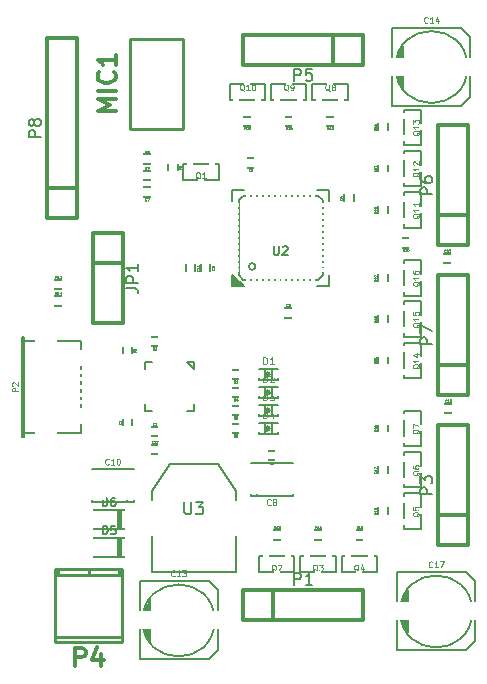
<source format=gto>
G04 (created by PCBNEW (2013-mar-13)-testing) date Tue 02 Jul 2013 08:12:50 AM CEST*
%MOIN*%
G04 Gerber Fmt 3.4, Leading zero omitted, Abs format*
%FSLAX34Y34*%
G01*
G70*
G90*
G04 APERTURE LIST*
%ADD10C,0.006*%
%ADD11C,0.008*%
%ADD12C,0.005*%
%ADD13C,0.012*%
%ADD14C,0.0059*%
%ADD15C,0.0098*%
%ADD16C,0.01*%
%ADD17C,0.0079*%
%ADD18C,0.0047*%
%ADD19C,0.0016*%
%ADD20C,0.0039*%
%ADD21R,0.144X0.08*%
%ADD22R,0.04X0.08*%
%ADD23R,0.0768X0.0984*%
%ADD24R,0.0354X0.0394*%
%ADD25R,0.0394X0.0354*%
%ADD26R,0.0394X0.0236*%
%ADD27R,0.0236X0.0394*%
%ADD28R,0.0866X0.06*%
%ADD29O,0.0866X0.06*%
%ADD30R,0.06X0.0866*%
%ADD31O,0.06X0.0866*%
%ADD32R,0.0118X0.0512*%
%ADD33R,0.0512X0.0118*%
%ADD34C,0.0787*%
%ADD35R,0.0314X0.0314*%
%ADD36R,0.0394X0.0787*%
%ADD37R,0.0747X0.0462*%
%ADD38R,0.0747X0.0935*%
%ADD39R,0.0827X0.058*%
%ADD40R,0.0543X0.0177*%
%ADD41R,0.0138X0.0473*%
%ADD42R,0.0137X0.0473*%
%ADD43R,0.0473X0.0138*%
%ADD44R,0.0473X0.0137*%
%ADD45R,0.0956X0.0956*%
%ADD46R,0.1417X0.063*%
%ADD47O,0.0787X0.0787*%
%ADD48R,0.0787X0.0787*%
G04 APERTURE END LIST*
G54D10*
G54D11*
X28700Y-41200D02*
X28700Y-42400D01*
X28700Y-42400D02*
X31500Y-42400D01*
X31500Y-42400D02*
X31500Y-41200D01*
X28700Y-40000D02*
X28700Y-39700D01*
X28700Y-39700D02*
X29300Y-38800D01*
X29300Y-38800D02*
X30900Y-38800D01*
X30900Y-38800D02*
X31500Y-39700D01*
X31500Y-39700D02*
X31500Y-40000D01*
G54D12*
X32225Y-39850D02*
X32225Y-38750D01*
X32000Y-39850D02*
X33400Y-39850D01*
X33400Y-39850D02*
X33400Y-38750D01*
X33400Y-38750D02*
X32000Y-38750D01*
X32000Y-38750D02*
X32000Y-39850D01*
X27875Y-38950D02*
X27875Y-40050D01*
X28100Y-38950D02*
X26700Y-38950D01*
X26700Y-38950D02*
X26700Y-40050D01*
X26700Y-40050D02*
X28100Y-40050D01*
X28100Y-40050D02*
X28100Y-38950D01*
X28323Y-29564D02*
X28323Y-29884D01*
X28763Y-29874D02*
X28763Y-29564D01*
X28863Y-29884D02*
X28223Y-29884D01*
X28223Y-29884D02*
X28223Y-29564D01*
X28223Y-29564D02*
X28863Y-29564D01*
X28863Y-29564D02*
X28863Y-29884D01*
X28060Y-37180D02*
X27740Y-37180D01*
X27750Y-37620D02*
X28060Y-37620D01*
X27740Y-37720D02*
X27740Y-37080D01*
X27740Y-37080D02*
X28060Y-37080D01*
X28060Y-37080D02*
X28060Y-37720D01*
X28060Y-37720D02*
X27740Y-37720D01*
X31780Y-28590D02*
X31780Y-28910D01*
X32220Y-28900D02*
X32220Y-28590D01*
X32320Y-28910D02*
X31680Y-28910D01*
X31680Y-28910D02*
X31680Y-28590D01*
X31680Y-28590D02*
X32320Y-28590D01*
X32320Y-28590D02*
X32320Y-28910D01*
X33470Y-33910D02*
X33470Y-33590D01*
X33030Y-33600D02*
X33030Y-33910D01*
X32930Y-33590D02*
X33570Y-33590D01*
X33570Y-33590D02*
X33570Y-33910D01*
X33570Y-33910D02*
X32930Y-33910D01*
X32930Y-33910D02*
X32930Y-33590D01*
X35435Y-29701D02*
X35115Y-29701D01*
X35125Y-30141D02*
X35435Y-30141D01*
X35115Y-30241D02*
X35115Y-29601D01*
X35115Y-29601D02*
X35435Y-29601D01*
X35435Y-29601D02*
X35435Y-30241D01*
X35435Y-30241D02*
X35115Y-30241D01*
X30340Y-32470D02*
X30660Y-32470D01*
X30650Y-32030D02*
X30340Y-32030D01*
X30660Y-31930D02*
X30660Y-32570D01*
X30660Y-32570D02*
X30340Y-32570D01*
X30340Y-32570D02*
X30340Y-31930D01*
X30340Y-31930D02*
X30660Y-31930D01*
X32480Y-38340D02*
X32480Y-38660D01*
X32920Y-38650D02*
X32920Y-38340D01*
X33020Y-38660D02*
X32380Y-38660D01*
X32380Y-38660D02*
X32380Y-38340D01*
X32380Y-38340D02*
X33020Y-38340D01*
X33020Y-38340D02*
X33020Y-38660D01*
X29020Y-37860D02*
X29020Y-37540D01*
X28580Y-37550D02*
X28580Y-37860D01*
X28480Y-37540D02*
X29120Y-37540D01*
X29120Y-37540D02*
X29120Y-37860D01*
X29120Y-37860D02*
X28480Y-37860D01*
X28480Y-37860D02*
X28480Y-37540D01*
X37126Y-30689D02*
X36866Y-30689D01*
X37126Y-29939D02*
X36866Y-29939D01*
X37676Y-30314D02*
X37936Y-30314D01*
X37676Y-29724D02*
X37676Y-30904D01*
X37676Y-30904D02*
X37126Y-30904D01*
X37126Y-30904D02*
X37126Y-29724D01*
X37126Y-29724D02*
X37676Y-29724D01*
X35254Y-41850D02*
X35254Y-41590D01*
X36004Y-41850D02*
X36004Y-41590D01*
X35629Y-42400D02*
X35629Y-42660D01*
X36219Y-42400D02*
X35039Y-42400D01*
X35039Y-42400D02*
X35039Y-41850D01*
X35039Y-41850D02*
X36219Y-41850D01*
X36219Y-41850D02*
X36219Y-42400D01*
X37126Y-40729D02*
X36866Y-40729D01*
X37126Y-39979D02*
X36866Y-39979D01*
X37676Y-40354D02*
X37936Y-40354D01*
X37676Y-39764D02*
X37676Y-40944D01*
X37676Y-40944D02*
X37126Y-40944D01*
X37126Y-40944D02*
X37126Y-39764D01*
X37126Y-39764D02*
X37676Y-39764D01*
X37126Y-39351D02*
X36866Y-39351D01*
X37126Y-38601D02*
X36866Y-38601D01*
X37676Y-38976D02*
X37936Y-38976D01*
X37676Y-38386D02*
X37676Y-39566D01*
X37676Y-39566D02*
X37126Y-39566D01*
X37126Y-39566D02*
X37126Y-38386D01*
X37126Y-38386D02*
X37676Y-38386D01*
X37126Y-37973D02*
X36866Y-37973D01*
X37126Y-37223D02*
X36866Y-37223D01*
X37676Y-37598D02*
X37936Y-37598D01*
X37676Y-37008D02*
X37676Y-38188D01*
X37676Y-38188D02*
X37126Y-38188D01*
X37126Y-38188D02*
X37126Y-37008D01*
X37126Y-37008D02*
X37676Y-37008D01*
X33876Y-41850D02*
X33876Y-41590D01*
X34626Y-41850D02*
X34626Y-41590D01*
X34251Y-42400D02*
X34251Y-42660D01*
X34841Y-42400D02*
X33661Y-42400D01*
X33661Y-42400D02*
X33661Y-41850D01*
X33661Y-41850D02*
X34841Y-41850D01*
X34841Y-41850D02*
X34841Y-42400D01*
X35020Y-26652D02*
X35020Y-26912D01*
X34270Y-26652D02*
X34270Y-26912D01*
X34645Y-26102D02*
X34645Y-25842D01*
X34055Y-26102D02*
X35235Y-26102D01*
X35235Y-26102D02*
X35235Y-26652D01*
X35235Y-26652D02*
X34055Y-26652D01*
X34055Y-26652D02*
X34055Y-26102D01*
X33642Y-26652D02*
X33642Y-26912D01*
X32892Y-26652D02*
X32892Y-26912D01*
X33267Y-26102D02*
X33267Y-25842D01*
X32677Y-26102D02*
X33857Y-26102D01*
X33857Y-26102D02*
X33857Y-26652D01*
X33857Y-26652D02*
X32677Y-26652D01*
X32677Y-26652D02*
X32677Y-26102D01*
X32264Y-26652D02*
X32264Y-26912D01*
X31514Y-26652D02*
X31514Y-26912D01*
X31889Y-26102D02*
X31889Y-25842D01*
X31299Y-26102D02*
X32479Y-26102D01*
X32479Y-26102D02*
X32479Y-26652D01*
X32479Y-26652D02*
X31299Y-26652D01*
X31299Y-26652D02*
X31299Y-26102D01*
X37126Y-29312D02*
X36866Y-29312D01*
X37126Y-28562D02*
X36866Y-28562D01*
X37676Y-28937D02*
X37936Y-28937D01*
X37676Y-28347D02*
X37676Y-29527D01*
X37676Y-29527D02*
X37126Y-29527D01*
X37126Y-29527D02*
X37126Y-28347D01*
X37126Y-28347D02*
X37676Y-28347D01*
X37126Y-27934D02*
X36866Y-27934D01*
X37126Y-27184D02*
X36866Y-27184D01*
X37676Y-27559D02*
X37936Y-27559D01*
X37676Y-26969D02*
X37676Y-28149D01*
X37676Y-28149D02*
X37126Y-28149D01*
X37126Y-28149D02*
X37126Y-26969D01*
X37126Y-26969D02*
X37676Y-26969D01*
X37126Y-35709D02*
X36866Y-35709D01*
X37126Y-34959D02*
X36866Y-34959D01*
X37676Y-35334D02*
X37936Y-35334D01*
X37676Y-34744D02*
X37676Y-35924D01*
X37676Y-35924D02*
X37126Y-35924D01*
X37126Y-35924D02*
X37126Y-34744D01*
X37126Y-34744D02*
X37676Y-34744D01*
X37126Y-34331D02*
X36866Y-34331D01*
X37126Y-33581D02*
X36866Y-33581D01*
X37676Y-33956D02*
X37936Y-33956D01*
X37676Y-33366D02*
X37676Y-34546D01*
X37676Y-34546D02*
X37126Y-34546D01*
X37126Y-34546D02*
X37126Y-33366D01*
X37126Y-33366D02*
X37676Y-33366D01*
X37126Y-32953D02*
X36866Y-32953D01*
X37126Y-32203D02*
X36866Y-32203D01*
X37676Y-32578D02*
X37936Y-32578D01*
X37676Y-31988D02*
X37676Y-33168D01*
X37676Y-33168D02*
X37126Y-33168D01*
X37126Y-33168D02*
X37126Y-31988D01*
X37126Y-31988D02*
X37676Y-31988D01*
X32499Y-41850D02*
X32499Y-41590D01*
X33249Y-41850D02*
X33249Y-41590D01*
X32874Y-42400D02*
X32874Y-42660D01*
X33464Y-42400D02*
X32284Y-42400D01*
X32284Y-42400D02*
X32284Y-41850D01*
X32284Y-41850D02*
X33464Y-41850D01*
X33464Y-41850D02*
X33464Y-42400D01*
X29979Y-28780D02*
X29979Y-28520D01*
X30729Y-28780D02*
X30729Y-28520D01*
X30354Y-29330D02*
X30354Y-29590D01*
X30944Y-29330D02*
X29764Y-29330D01*
X29764Y-29330D02*
X29764Y-28780D01*
X29764Y-28780D02*
X30944Y-28780D01*
X30944Y-28780D02*
X30944Y-29330D01*
G54D13*
X38250Y-35500D02*
X39250Y-35500D01*
X39250Y-32500D02*
X39250Y-36500D01*
X38250Y-36500D02*
X38250Y-32500D01*
X39250Y-36500D02*
X38250Y-36500D01*
X38250Y-32500D02*
X39250Y-32500D01*
X38250Y-30500D02*
X39250Y-30500D01*
X39250Y-27500D02*
X39250Y-31500D01*
X38250Y-31500D02*
X38250Y-27500D01*
X39250Y-31500D02*
X38250Y-31500D01*
X38250Y-27500D02*
X39250Y-27500D01*
X34750Y-25500D02*
X34750Y-24500D01*
X31750Y-24500D02*
X35750Y-24500D01*
X35750Y-25500D02*
X31750Y-25500D01*
X35750Y-24500D02*
X35750Y-25500D01*
X31750Y-25500D02*
X31750Y-24500D01*
X38250Y-40500D02*
X39250Y-40500D01*
X39250Y-37500D02*
X39250Y-41500D01*
X38250Y-41500D02*
X38250Y-37500D01*
X39250Y-41500D02*
X38250Y-41500D01*
X38250Y-37500D02*
X39250Y-37500D01*
X32750Y-43000D02*
X32750Y-44000D01*
X35750Y-44000D02*
X31750Y-44000D01*
X31750Y-43000D02*
X35750Y-43000D01*
X31750Y-44000D02*
X31750Y-43000D01*
X35750Y-43000D02*
X35750Y-44000D01*
X26744Y-32098D02*
X27744Y-32098D01*
X27744Y-31098D02*
X27744Y-34098D01*
X27744Y-34098D02*
X26744Y-34098D01*
X26744Y-34098D02*
X26744Y-31098D01*
X26744Y-31098D02*
X27744Y-31098D01*
X25200Y-29600D02*
X26200Y-29600D01*
X26200Y-30600D02*
X25200Y-30600D01*
X25200Y-30600D02*
X25200Y-24600D01*
X25200Y-24600D02*
X26200Y-24600D01*
X26200Y-24600D02*
X26200Y-30600D01*
G54D14*
X31386Y-32785D02*
X31465Y-32864D01*
X31543Y-32864D02*
X31386Y-32707D01*
X31386Y-32628D02*
X31622Y-32864D01*
X31701Y-32864D02*
X31386Y-32549D01*
X31780Y-32864D02*
X31386Y-32864D01*
X31386Y-32864D02*
X31386Y-32470D01*
X31386Y-32470D02*
X31780Y-32864D01*
X34614Y-32470D02*
X34614Y-32864D01*
X34614Y-32864D02*
X34220Y-32864D01*
X34220Y-29636D02*
X34614Y-29636D01*
X34614Y-29636D02*
X34614Y-30030D01*
X31386Y-30030D02*
X31386Y-29636D01*
X31386Y-29636D02*
X31780Y-29636D01*
G54D12*
X32161Y-32200D02*
G75*
G03X32161Y-32200I-111J0D01*
G74*
G01*
X34400Y-32500D02*
X34250Y-32650D01*
X34250Y-32650D02*
X31750Y-32650D01*
X31750Y-32650D02*
X31600Y-32500D01*
X31600Y-32500D02*
X31600Y-30000D01*
X31600Y-30000D02*
X31750Y-29850D01*
X31750Y-29850D02*
X34250Y-29850D01*
X34250Y-29850D02*
X34400Y-30000D01*
X34400Y-30000D02*
X34400Y-32500D01*
G54D15*
X29738Y-24602D02*
X27978Y-24602D01*
X29738Y-27602D02*
X27978Y-27602D01*
G54D16*
X27978Y-27602D02*
X27978Y-24602D01*
X29738Y-24602D02*
X29738Y-27602D01*
G54D12*
X32718Y-35997D02*
X32718Y-35603D01*
X32482Y-35603D02*
X32482Y-35997D01*
X32600Y-35839D02*
X32600Y-35761D01*
X32561Y-35721D02*
X32561Y-35879D01*
X32561Y-35879D02*
X32639Y-35800D01*
X32639Y-35800D02*
X32561Y-35721D01*
X32285Y-35603D02*
X32915Y-35603D01*
X32915Y-35603D02*
X32915Y-35997D01*
X32915Y-35997D02*
X32285Y-35997D01*
X32285Y-35997D02*
X32285Y-35603D01*
X32718Y-36597D02*
X32718Y-36203D01*
X32482Y-36203D02*
X32482Y-36597D01*
X32600Y-36439D02*
X32600Y-36361D01*
X32561Y-36321D02*
X32561Y-36479D01*
X32561Y-36479D02*
X32639Y-36400D01*
X32639Y-36400D02*
X32561Y-36321D01*
X32285Y-36203D02*
X32915Y-36203D01*
X32915Y-36203D02*
X32915Y-36597D01*
X32915Y-36597D02*
X32285Y-36597D01*
X32285Y-36597D02*
X32285Y-36203D01*
X32718Y-37197D02*
X32718Y-36803D01*
X32482Y-36803D02*
X32482Y-37197D01*
X32600Y-37039D02*
X32600Y-36961D01*
X32561Y-36921D02*
X32561Y-37079D01*
X32561Y-37079D02*
X32639Y-37000D01*
X32639Y-37000D02*
X32561Y-36921D01*
X32285Y-36803D02*
X32915Y-36803D01*
X32915Y-36803D02*
X32915Y-37197D01*
X32915Y-37197D02*
X32285Y-37197D01*
X32285Y-37197D02*
X32285Y-36803D01*
X32718Y-37797D02*
X32718Y-37403D01*
X32482Y-37403D02*
X32482Y-37797D01*
X32600Y-37639D02*
X32600Y-37561D01*
X32561Y-37521D02*
X32561Y-37679D01*
X32561Y-37679D02*
X32639Y-37600D01*
X32639Y-37600D02*
X32561Y-37521D01*
X32285Y-37403D02*
X32915Y-37403D01*
X32915Y-37403D02*
X32915Y-37797D01*
X32915Y-37797D02*
X32285Y-37797D01*
X32285Y-37797D02*
X32285Y-37403D01*
X27698Y-40314D02*
X27698Y-40944D01*
X27648Y-40944D02*
X27648Y-40314D01*
X27598Y-40314D02*
X27598Y-40944D01*
X28013Y-40314D02*
X26553Y-40314D01*
X26553Y-40314D02*
X26553Y-40944D01*
X26553Y-40944D02*
X28013Y-40944D01*
X28013Y-40944D02*
X28013Y-40314D01*
X27698Y-41259D02*
X27698Y-41889D01*
X27648Y-41889D02*
X27648Y-41259D01*
X27598Y-41259D02*
X27598Y-41889D01*
X28013Y-41259D02*
X26553Y-41259D01*
X26553Y-41259D02*
X26553Y-41889D01*
X26553Y-41889D02*
X28013Y-41889D01*
X28013Y-41889D02*
X28013Y-41259D01*
X36577Y-28717D02*
X36257Y-28717D01*
X36267Y-29157D02*
X36577Y-29157D01*
X36257Y-29257D02*
X36257Y-28617D01*
X36257Y-28617D02*
X36577Y-28617D01*
X36577Y-28617D02*
X36577Y-29257D01*
X36577Y-29257D02*
X36257Y-29257D01*
X34425Y-27202D02*
X34425Y-27522D01*
X34865Y-27512D02*
X34865Y-27202D01*
X34965Y-27522D02*
X34325Y-27522D01*
X34325Y-27522D02*
X34325Y-27202D01*
X34325Y-27202D02*
X34965Y-27202D01*
X34965Y-27202D02*
X34965Y-27522D01*
X31280Y-36840D02*
X31280Y-37160D01*
X31720Y-37150D02*
X31720Y-36840D01*
X31820Y-37160D02*
X31180Y-37160D01*
X31180Y-37160D02*
X31180Y-36840D01*
X31180Y-36840D02*
X31820Y-36840D01*
X31820Y-36840D02*
X31820Y-37160D01*
X33047Y-27202D02*
X33047Y-27522D01*
X33487Y-27512D02*
X33487Y-27202D01*
X33587Y-27522D02*
X32947Y-27522D01*
X32947Y-27522D02*
X32947Y-27202D01*
X32947Y-27202D02*
X33587Y-27202D01*
X33587Y-27202D02*
X33587Y-27522D01*
X31280Y-36240D02*
X31280Y-36560D01*
X31720Y-36550D02*
X31720Y-36240D01*
X31820Y-36560D02*
X31180Y-36560D01*
X31180Y-36560D02*
X31180Y-36240D01*
X31180Y-36240D02*
X31820Y-36240D01*
X31820Y-36240D02*
X31820Y-36560D01*
X31669Y-27202D02*
X31669Y-27522D01*
X32109Y-27512D02*
X32109Y-27202D01*
X32209Y-27522D02*
X31569Y-27522D01*
X31569Y-27522D02*
X31569Y-27202D01*
X31569Y-27202D02*
X32209Y-27202D01*
X32209Y-27202D02*
X32209Y-27522D01*
X36577Y-30094D02*
X36257Y-30094D01*
X36267Y-30534D02*
X36577Y-30534D01*
X36257Y-30634D02*
X36257Y-29994D01*
X36257Y-29994D02*
X36577Y-29994D01*
X36577Y-29994D02*
X36577Y-30634D01*
X36577Y-30634D02*
X36257Y-30634D01*
X28763Y-28782D02*
X28763Y-28462D01*
X28323Y-28472D02*
X28323Y-28782D01*
X28223Y-28462D02*
X28863Y-28462D01*
X28863Y-28462D02*
X28863Y-28782D01*
X28863Y-28782D02*
X28223Y-28782D01*
X28223Y-28782D02*
X28223Y-28462D01*
X31280Y-35640D02*
X31280Y-35960D01*
X31720Y-35950D02*
X31720Y-35640D01*
X31820Y-35960D02*
X31180Y-35960D01*
X31180Y-35960D02*
X31180Y-35640D01*
X31180Y-35640D02*
X31820Y-35640D01*
X31820Y-35640D02*
X31820Y-35960D01*
X36945Y-31257D02*
X36945Y-31577D01*
X37385Y-31567D02*
X37385Y-31257D01*
X37485Y-31577D02*
X36845Y-31577D01*
X36845Y-31577D02*
X36845Y-31257D01*
X36845Y-31257D02*
X37485Y-31257D01*
X37485Y-31257D02*
X37485Y-31577D01*
X36577Y-27339D02*
X36257Y-27339D01*
X36267Y-27779D02*
X36577Y-27779D01*
X36257Y-27879D02*
X36257Y-27239D01*
X36257Y-27239D02*
X36577Y-27239D01*
X36577Y-27239D02*
X36577Y-27879D01*
X36577Y-27879D02*
X36257Y-27879D01*
X28580Y-34540D02*
X28580Y-34860D01*
X29020Y-34850D02*
X29020Y-34540D01*
X29120Y-34860D02*
X28480Y-34860D01*
X28480Y-34860D02*
X28480Y-34540D01*
X28480Y-34540D02*
X29120Y-34540D01*
X29120Y-34540D02*
X29120Y-34860D01*
X36577Y-35114D02*
X36257Y-35114D01*
X36267Y-35554D02*
X36577Y-35554D01*
X36257Y-35654D02*
X36257Y-35014D01*
X36257Y-35014D02*
X36577Y-35014D01*
X36577Y-35014D02*
X36577Y-35654D01*
X36577Y-35654D02*
X36257Y-35654D01*
X27740Y-35220D02*
X28060Y-35220D01*
X28050Y-34780D02*
X27740Y-34780D01*
X28060Y-34680D02*
X28060Y-35320D01*
X28060Y-35320D02*
X27740Y-35320D01*
X27740Y-35320D02*
X27740Y-34680D01*
X27740Y-34680D02*
X28060Y-34680D01*
X36577Y-33736D02*
X36257Y-33736D01*
X36267Y-34176D02*
X36577Y-34176D01*
X36257Y-34276D02*
X36257Y-33636D01*
X36257Y-33636D02*
X36577Y-33636D01*
X36577Y-33636D02*
X36577Y-34276D01*
X36577Y-34276D02*
X36257Y-34276D01*
X36577Y-32358D02*
X36257Y-32358D01*
X36267Y-32798D02*
X36577Y-32798D01*
X36257Y-32898D02*
X36257Y-32258D01*
X36257Y-32258D02*
X36577Y-32258D01*
X36577Y-32258D02*
X36577Y-32898D01*
X36577Y-32898D02*
X36257Y-32898D01*
X25810Y-32955D02*
X25810Y-32635D01*
X25370Y-32645D02*
X25370Y-32955D01*
X25270Y-32635D02*
X25910Y-32635D01*
X25910Y-32635D02*
X25910Y-32955D01*
X25910Y-32955D02*
X25270Y-32955D01*
X25270Y-32955D02*
X25270Y-32635D01*
X33094Y-41301D02*
X33094Y-40981D01*
X32654Y-40991D02*
X32654Y-41301D01*
X32554Y-40981D02*
X33194Y-40981D01*
X33194Y-40981D02*
X33194Y-41301D01*
X33194Y-41301D02*
X32554Y-41301D01*
X32554Y-41301D02*
X32554Y-40981D01*
X34471Y-41301D02*
X34471Y-40981D01*
X34031Y-40991D02*
X34031Y-41301D01*
X33931Y-40981D02*
X34571Y-40981D01*
X34571Y-40981D02*
X34571Y-41301D01*
X34571Y-41301D02*
X33931Y-41301D01*
X33931Y-41301D02*
X33931Y-40981D01*
X25810Y-33506D02*
X25810Y-33186D01*
X25370Y-33196D02*
X25370Y-33506D01*
X25270Y-33186D02*
X25910Y-33186D01*
X25910Y-33186D02*
X25910Y-33506D01*
X25910Y-33506D02*
X25270Y-33506D01*
X25270Y-33506D02*
X25270Y-33186D01*
X35849Y-41301D02*
X35849Y-40981D01*
X35409Y-40991D02*
X35409Y-41301D01*
X35309Y-40981D02*
X35949Y-40981D01*
X35949Y-40981D02*
X35949Y-41301D01*
X35949Y-41301D02*
X35309Y-41301D01*
X35309Y-41301D02*
X35309Y-40981D01*
X31280Y-37440D02*
X31280Y-37760D01*
X31720Y-37750D02*
X31720Y-37440D01*
X31820Y-37760D02*
X31180Y-37760D01*
X31180Y-37760D02*
X31180Y-37440D01*
X31180Y-37440D02*
X31820Y-37440D01*
X31820Y-37440D02*
X31820Y-37760D01*
X36577Y-40134D02*
X36257Y-40134D01*
X36267Y-40574D02*
X36577Y-40574D01*
X36257Y-40674D02*
X36257Y-40034D01*
X36257Y-40034D02*
X36577Y-40034D01*
X36577Y-40034D02*
X36577Y-40674D01*
X36577Y-40674D02*
X36257Y-40674D01*
X28763Y-29333D02*
X28763Y-29013D01*
X28323Y-29023D02*
X28323Y-29333D01*
X28223Y-29013D02*
X28863Y-29013D01*
X28863Y-29013D02*
X28863Y-29333D01*
X28863Y-29333D02*
X28223Y-29333D01*
X28223Y-29333D02*
X28223Y-29013D01*
X36577Y-38756D02*
X36257Y-38756D01*
X36267Y-39196D02*
X36577Y-39196D01*
X36257Y-39296D02*
X36257Y-38656D01*
X36257Y-38656D02*
X36577Y-38656D01*
X36577Y-38656D02*
X36577Y-39296D01*
X36577Y-39296D02*
X36257Y-39296D01*
X29249Y-29117D02*
X29569Y-29117D01*
X29559Y-28677D02*
X29249Y-28677D01*
X29569Y-28577D02*
X29569Y-29217D01*
X29569Y-29217D02*
X29249Y-29217D01*
X29249Y-29217D02*
X29249Y-28577D01*
X29249Y-28577D02*
X29569Y-28577D01*
X36577Y-37378D02*
X36257Y-37378D01*
X36267Y-37818D02*
X36577Y-37818D01*
X36257Y-37918D02*
X36257Y-37278D01*
X36257Y-37278D02*
X36577Y-37278D01*
X36577Y-37278D02*
X36577Y-37918D01*
X36577Y-37918D02*
X36257Y-37918D01*
G54D17*
X24409Y-34566D02*
X24409Y-37874D01*
X24369Y-34566D02*
X24369Y-37874D01*
X24369Y-37874D02*
X24448Y-37874D01*
X24448Y-37874D02*
X24448Y-34566D01*
X24448Y-34566D02*
X24369Y-34566D01*
X24369Y-34685D02*
X26338Y-34685D01*
X26338Y-34685D02*
X26338Y-37755D01*
X26338Y-37755D02*
X24369Y-37755D01*
G54D12*
X30107Y-35393D02*
X30107Y-35630D01*
X30107Y-35393D02*
X29870Y-35393D01*
X29870Y-35393D02*
X30107Y-35630D01*
X28493Y-35393D02*
X28730Y-35393D01*
X28493Y-35393D02*
X28493Y-35630D01*
X28493Y-35630D02*
X28493Y-35630D01*
X28493Y-37007D02*
X28493Y-36770D01*
X28493Y-37007D02*
X28730Y-37007D01*
X28730Y-37007D02*
X28730Y-37007D01*
X30107Y-37007D02*
X29870Y-37007D01*
X30107Y-37007D02*
X30107Y-36770D01*
X30107Y-36770D02*
X30107Y-36770D01*
X29840Y-32470D02*
X30160Y-32470D01*
X30150Y-32030D02*
X29840Y-32030D01*
X30160Y-31930D02*
X30160Y-32570D01*
X30160Y-32570D02*
X29840Y-32570D01*
X29840Y-32570D02*
X29840Y-31930D01*
X29840Y-31930D02*
X30160Y-31930D01*
X29020Y-38460D02*
X29020Y-38140D01*
X28580Y-38150D02*
X28580Y-38460D01*
X28480Y-38140D02*
X29120Y-38140D01*
X29120Y-38140D02*
X29120Y-38460D01*
X29120Y-38460D02*
X28480Y-38460D01*
X28480Y-38460D02*
X28480Y-38140D01*
X28450Y-43700D02*
X28450Y-44300D01*
X28500Y-44450D02*
X28500Y-43550D01*
X28550Y-43450D02*
X28550Y-44550D01*
X28600Y-44650D02*
X28600Y-43350D01*
X28650Y-43300D02*
X28650Y-44700D01*
X30800Y-44000D02*
G75*
G03X30800Y-44000I-1200J0D01*
G74*
G01*
X28300Y-42700D02*
X28300Y-45300D01*
X28300Y-45300D02*
X30600Y-45300D01*
X30600Y-45300D02*
X30900Y-45000D01*
X30900Y-45000D02*
X30900Y-43000D01*
X30900Y-43000D02*
X30600Y-42700D01*
X30600Y-42700D02*
X28300Y-42700D01*
X30450Y-44000D02*
X30150Y-44000D01*
X30300Y-43850D02*
X30300Y-44150D01*
X36881Y-25251D02*
X36881Y-25851D01*
X36931Y-26001D02*
X36931Y-25101D01*
X36981Y-25001D02*
X36981Y-26101D01*
X37031Y-26201D02*
X37031Y-24901D01*
X37081Y-24851D02*
X37081Y-26251D01*
X39231Y-25551D02*
G75*
G03X39231Y-25551I-1200J0D01*
G74*
G01*
X36731Y-24251D02*
X36731Y-26851D01*
X36731Y-26851D02*
X39031Y-26851D01*
X39031Y-26851D02*
X39331Y-26551D01*
X39331Y-26551D02*
X39331Y-24551D01*
X39331Y-24551D02*
X39031Y-24251D01*
X39031Y-24251D02*
X36731Y-24251D01*
X38881Y-25551D02*
X38581Y-25551D01*
X38731Y-25401D02*
X38731Y-25701D01*
G54D16*
X25498Y-42476D02*
X27702Y-42476D01*
X27624Y-42280D02*
X27624Y-42476D01*
X25576Y-42476D02*
X25576Y-42280D01*
X26600Y-42280D02*
X26600Y-42476D01*
X27702Y-44563D02*
X25498Y-44563D01*
X27702Y-42280D02*
X25498Y-42280D01*
X25498Y-42280D02*
X25498Y-44720D01*
X25498Y-44720D02*
X27702Y-44720D01*
X27702Y-44720D02*
X27702Y-42280D01*
G54D12*
X38763Y-32089D02*
X38763Y-31769D01*
X38323Y-31779D02*
X38323Y-32089D01*
X38223Y-31769D02*
X38863Y-31769D01*
X38863Y-31769D02*
X38863Y-32089D01*
X38863Y-32089D02*
X38223Y-32089D01*
X38223Y-32089D02*
X38223Y-31769D01*
X38802Y-37089D02*
X38802Y-36769D01*
X38362Y-36779D02*
X38362Y-37089D01*
X38262Y-36769D02*
X38902Y-36769D01*
X38902Y-36769D02*
X38902Y-37089D01*
X38902Y-37089D02*
X38262Y-37089D01*
X38262Y-37089D02*
X38262Y-36769D01*
X37038Y-43400D02*
X37038Y-44000D01*
X37088Y-44150D02*
X37088Y-43250D01*
X37138Y-43150D02*
X37138Y-44250D01*
X37188Y-44350D02*
X37188Y-43050D01*
X37238Y-43000D02*
X37238Y-44400D01*
X39388Y-43700D02*
G75*
G03X39388Y-43700I-1200J0D01*
G74*
G01*
X36888Y-42400D02*
X36888Y-45000D01*
X36888Y-45000D02*
X39188Y-45000D01*
X39188Y-45000D02*
X39488Y-44700D01*
X39488Y-44700D02*
X39488Y-42700D01*
X39488Y-42700D02*
X39188Y-42400D01*
X39188Y-42400D02*
X36888Y-42400D01*
X39038Y-43700D02*
X38738Y-43700D01*
X38888Y-43550D02*
X38888Y-43850D01*
G54D11*
X29795Y-40061D02*
X29795Y-40385D01*
X29814Y-40423D01*
X29833Y-40442D01*
X29871Y-40461D01*
X29947Y-40461D01*
X29985Y-40442D01*
X30004Y-40423D01*
X30023Y-40385D01*
X30023Y-40061D01*
X30176Y-40061D02*
X30423Y-40061D01*
X30290Y-40214D01*
X30347Y-40214D01*
X30385Y-40233D01*
X30404Y-40252D01*
X30423Y-40290D01*
X30423Y-40385D01*
X30404Y-40423D01*
X30385Y-40442D01*
X30347Y-40461D01*
X30233Y-40461D01*
X30195Y-40442D01*
X30176Y-40423D01*
G54D18*
X32667Y-40135D02*
X32657Y-40145D01*
X32629Y-40154D01*
X32610Y-40154D01*
X32582Y-40145D01*
X32563Y-40126D01*
X32554Y-40107D01*
X32545Y-40070D01*
X32545Y-40042D01*
X32554Y-40004D01*
X32563Y-39985D01*
X32582Y-39967D01*
X32610Y-39957D01*
X32629Y-39957D01*
X32657Y-39967D01*
X32667Y-39976D01*
X32779Y-40042D02*
X32760Y-40032D01*
X32751Y-40023D01*
X32742Y-40004D01*
X32742Y-39995D01*
X32751Y-39976D01*
X32760Y-39967D01*
X32779Y-39957D01*
X32817Y-39957D01*
X32836Y-39967D01*
X32845Y-39976D01*
X32854Y-39995D01*
X32854Y-40004D01*
X32845Y-40023D01*
X32836Y-40032D01*
X32817Y-40042D01*
X32779Y-40042D01*
X32760Y-40051D01*
X32751Y-40060D01*
X32742Y-40079D01*
X32742Y-40117D01*
X32751Y-40135D01*
X32760Y-40145D01*
X32779Y-40154D01*
X32817Y-40154D01*
X32836Y-40145D01*
X32845Y-40135D01*
X32854Y-40117D01*
X32854Y-40079D01*
X32845Y-40060D01*
X32836Y-40051D01*
X32817Y-40042D01*
X27273Y-38785D02*
X27263Y-38795D01*
X27235Y-38804D01*
X27217Y-38804D01*
X27188Y-38795D01*
X27170Y-38776D01*
X27160Y-38757D01*
X27151Y-38720D01*
X27151Y-38692D01*
X27160Y-38654D01*
X27170Y-38635D01*
X27188Y-38617D01*
X27217Y-38607D01*
X27235Y-38607D01*
X27263Y-38617D01*
X27273Y-38626D01*
X27460Y-38804D02*
X27348Y-38804D01*
X27404Y-38804D02*
X27404Y-38607D01*
X27385Y-38635D01*
X27367Y-38654D01*
X27348Y-38664D01*
X27582Y-38607D02*
X27601Y-38607D01*
X27620Y-38617D01*
X27629Y-38626D01*
X27639Y-38645D01*
X27648Y-38682D01*
X27648Y-38729D01*
X27639Y-38767D01*
X27629Y-38785D01*
X27620Y-38795D01*
X27601Y-38804D01*
X27582Y-38804D01*
X27564Y-38795D01*
X27554Y-38785D01*
X27545Y-38767D01*
X27536Y-38729D01*
X27536Y-38682D01*
X27545Y-38645D01*
X27554Y-38626D01*
X27564Y-38617D01*
X27582Y-38607D01*
G54D19*
X28530Y-29998D02*
X28526Y-30002D01*
X28515Y-30006D01*
X28507Y-30006D01*
X28496Y-30002D01*
X28488Y-29995D01*
X28484Y-29987D01*
X28481Y-29972D01*
X28481Y-29961D01*
X28484Y-29946D01*
X28488Y-29938D01*
X28496Y-29931D01*
X28507Y-29927D01*
X28515Y-29927D01*
X28526Y-29931D01*
X28530Y-29934D01*
X28556Y-29927D02*
X28609Y-29927D01*
X28575Y-30006D01*
X27674Y-37413D02*
X27678Y-37416D01*
X27681Y-37428D01*
X27681Y-37435D01*
X27678Y-37447D01*
X27670Y-37454D01*
X27663Y-37458D01*
X27648Y-37462D01*
X27636Y-37462D01*
X27621Y-37458D01*
X27614Y-37454D01*
X27606Y-37447D01*
X27602Y-37435D01*
X27602Y-37428D01*
X27606Y-37416D01*
X27610Y-37413D01*
X27610Y-37383D02*
X27606Y-37379D01*
X27602Y-37371D01*
X27602Y-37352D01*
X27606Y-37345D01*
X27610Y-37341D01*
X27618Y-37337D01*
X27625Y-37337D01*
X27636Y-37341D01*
X27681Y-37386D01*
X27681Y-37337D01*
X31986Y-29024D02*
X31983Y-29028D01*
X31971Y-29031D01*
X31964Y-29031D01*
X31952Y-29028D01*
X31945Y-29020D01*
X31941Y-29013D01*
X31937Y-28998D01*
X31937Y-28986D01*
X31941Y-28971D01*
X31945Y-28964D01*
X31952Y-28956D01*
X31964Y-28952D01*
X31971Y-28952D01*
X31983Y-28956D01*
X31986Y-28960D01*
X32054Y-28952D02*
X32039Y-28952D01*
X32031Y-28956D01*
X32028Y-28960D01*
X32020Y-28971D01*
X32016Y-28986D01*
X32016Y-29016D01*
X32020Y-29024D01*
X32024Y-29028D01*
X32031Y-29031D01*
X32047Y-29031D01*
X32054Y-29028D01*
X32058Y-29024D01*
X32062Y-29016D01*
X32062Y-28998D01*
X32058Y-28990D01*
X32054Y-28986D01*
X32047Y-28983D01*
X32031Y-28983D01*
X32024Y-28986D01*
X32020Y-28990D01*
X32016Y-28998D01*
X33236Y-33524D02*
X33233Y-33528D01*
X33221Y-33531D01*
X33214Y-33531D01*
X33202Y-33528D01*
X33195Y-33520D01*
X33191Y-33513D01*
X33187Y-33498D01*
X33187Y-33486D01*
X33191Y-33471D01*
X33195Y-33464D01*
X33202Y-33456D01*
X33214Y-33452D01*
X33221Y-33452D01*
X33233Y-33456D01*
X33236Y-33460D01*
X33308Y-33452D02*
X33270Y-33452D01*
X33266Y-33490D01*
X33270Y-33486D01*
X33278Y-33483D01*
X33297Y-33483D01*
X33304Y-33486D01*
X33308Y-33490D01*
X33312Y-33498D01*
X33312Y-33516D01*
X33308Y-33524D01*
X33304Y-33528D01*
X33297Y-33531D01*
X33278Y-33531D01*
X33270Y-33528D01*
X33266Y-33524D01*
X35050Y-29934D02*
X35053Y-29938D01*
X35057Y-29949D01*
X35057Y-29956D01*
X35053Y-29968D01*
X35046Y-29975D01*
X35038Y-29979D01*
X35023Y-29983D01*
X35012Y-29983D01*
X34997Y-29979D01*
X34989Y-29975D01*
X34982Y-29968D01*
X34978Y-29956D01*
X34978Y-29949D01*
X34982Y-29938D01*
X34986Y-29934D01*
X35004Y-29866D02*
X35057Y-29866D01*
X34974Y-29885D02*
X35031Y-29904D01*
X35031Y-29855D01*
X30774Y-32263D02*
X30778Y-32266D01*
X30781Y-32278D01*
X30781Y-32285D01*
X30778Y-32297D01*
X30770Y-32304D01*
X30763Y-32308D01*
X30748Y-32312D01*
X30736Y-32312D01*
X30721Y-32308D01*
X30714Y-32304D01*
X30706Y-32297D01*
X30702Y-32285D01*
X30702Y-32278D01*
X30706Y-32266D01*
X30710Y-32263D01*
X30702Y-32236D02*
X30702Y-32187D01*
X30733Y-32214D01*
X30733Y-32202D01*
X30736Y-32195D01*
X30740Y-32191D01*
X30748Y-32187D01*
X30766Y-32187D01*
X30774Y-32191D01*
X30778Y-32195D01*
X30781Y-32202D01*
X30781Y-32225D01*
X30778Y-32233D01*
X30774Y-32236D01*
X32686Y-38774D02*
X32683Y-38778D01*
X32671Y-38781D01*
X32664Y-38781D01*
X32652Y-38778D01*
X32645Y-38770D01*
X32641Y-38763D01*
X32637Y-38748D01*
X32637Y-38736D01*
X32641Y-38721D01*
X32645Y-38714D01*
X32652Y-38706D01*
X32664Y-38702D01*
X32671Y-38702D01*
X32683Y-38706D01*
X32686Y-38710D01*
X32724Y-38781D02*
X32739Y-38781D01*
X32747Y-38778D01*
X32750Y-38774D01*
X32758Y-38763D01*
X32762Y-38748D01*
X32762Y-38718D01*
X32758Y-38710D01*
X32754Y-38706D01*
X32747Y-38702D01*
X32731Y-38702D01*
X32724Y-38706D01*
X32720Y-38710D01*
X32716Y-38718D01*
X32716Y-38736D01*
X32720Y-38744D01*
X32724Y-38748D01*
X32731Y-38751D01*
X32747Y-38751D01*
X32754Y-38748D01*
X32758Y-38744D01*
X32762Y-38736D01*
X28786Y-37474D02*
X28783Y-37478D01*
X28771Y-37481D01*
X28764Y-37481D01*
X28752Y-37478D01*
X28745Y-37470D01*
X28741Y-37463D01*
X28737Y-37448D01*
X28737Y-37436D01*
X28741Y-37421D01*
X28745Y-37414D01*
X28752Y-37406D01*
X28764Y-37402D01*
X28771Y-37402D01*
X28783Y-37406D01*
X28786Y-37410D01*
X28862Y-37481D02*
X28816Y-37481D01*
X28839Y-37481D02*
X28839Y-37402D01*
X28831Y-37414D01*
X28824Y-37421D01*
X28816Y-37425D01*
G54D20*
X37630Y-30437D02*
X37620Y-30456D01*
X37601Y-30475D01*
X37573Y-30503D01*
X37564Y-30521D01*
X37564Y-30540D01*
X37611Y-30531D02*
X37601Y-30550D01*
X37583Y-30568D01*
X37545Y-30578D01*
X37479Y-30578D01*
X37442Y-30568D01*
X37423Y-30550D01*
X37414Y-30531D01*
X37414Y-30493D01*
X37423Y-30475D01*
X37442Y-30456D01*
X37479Y-30446D01*
X37545Y-30446D01*
X37583Y-30456D01*
X37601Y-30475D01*
X37611Y-30493D01*
X37611Y-30531D01*
X37611Y-30259D02*
X37611Y-30371D01*
X37611Y-30315D02*
X37414Y-30315D01*
X37442Y-30334D01*
X37461Y-30353D01*
X37470Y-30371D01*
X37611Y-30071D02*
X37611Y-30184D01*
X37611Y-30127D02*
X37414Y-30127D01*
X37442Y-30146D01*
X37461Y-30165D01*
X37470Y-30184D01*
X35601Y-42354D02*
X35582Y-42345D01*
X35563Y-42326D01*
X35535Y-42298D01*
X35516Y-42288D01*
X35497Y-42288D01*
X35507Y-42335D02*
X35488Y-42326D01*
X35469Y-42307D01*
X35460Y-42270D01*
X35460Y-42204D01*
X35469Y-42166D01*
X35488Y-42148D01*
X35507Y-42138D01*
X35544Y-42138D01*
X35563Y-42148D01*
X35582Y-42166D01*
X35591Y-42204D01*
X35591Y-42270D01*
X35582Y-42307D01*
X35563Y-42326D01*
X35544Y-42335D01*
X35507Y-42335D01*
X35760Y-42204D02*
X35760Y-42335D01*
X35713Y-42129D02*
X35666Y-42270D01*
X35788Y-42270D01*
X37630Y-40383D02*
X37620Y-40401D01*
X37601Y-40420D01*
X37573Y-40448D01*
X37564Y-40467D01*
X37564Y-40486D01*
X37611Y-40476D02*
X37601Y-40495D01*
X37583Y-40514D01*
X37545Y-40523D01*
X37479Y-40523D01*
X37442Y-40514D01*
X37423Y-40495D01*
X37414Y-40476D01*
X37414Y-40439D01*
X37423Y-40420D01*
X37442Y-40401D01*
X37479Y-40392D01*
X37545Y-40392D01*
X37583Y-40401D01*
X37601Y-40420D01*
X37611Y-40439D01*
X37611Y-40476D01*
X37414Y-40214D02*
X37414Y-40308D01*
X37508Y-40317D01*
X37498Y-40308D01*
X37489Y-40289D01*
X37489Y-40242D01*
X37498Y-40223D01*
X37508Y-40214D01*
X37526Y-40204D01*
X37573Y-40204D01*
X37592Y-40214D01*
X37601Y-40223D01*
X37611Y-40242D01*
X37611Y-40289D01*
X37601Y-40308D01*
X37592Y-40317D01*
X37630Y-39005D02*
X37620Y-39023D01*
X37601Y-39042D01*
X37573Y-39070D01*
X37564Y-39089D01*
X37564Y-39108D01*
X37611Y-39098D02*
X37601Y-39117D01*
X37583Y-39136D01*
X37545Y-39145D01*
X37479Y-39145D01*
X37442Y-39136D01*
X37423Y-39117D01*
X37414Y-39098D01*
X37414Y-39061D01*
X37423Y-39042D01*
X37442Y-39023D01*
X37479Y-39014D01*
X37545Y-39014D01*
X37583Y-39023D01*
X37601Y-39042D01*
X37611Y-39061D01*
X37611Y-39098D01*
X37414Y-38845D02*
X37414Y-38883D01*
X37423Y-38901D01*
X37433Y-38911D01*
X37461Y-38930D01*
X37498Y-38939D01*
X37573Y-38939D01*
X37592Y-38930D01*
X37601Y-38920D01*
X37611Y-38901D01*
X37611Y-38864D01*
X37601Y-38845D01*
X37592Y-38836D01*
X37573Y-38826D01*
X37526Y-38826D01*
X37508Y-38836D01*
X37498Y-38845D01*
X37489Y-38864D01*
X37489Y-38901D01*
X37498Y-38920D01*
X37508Y-38930D01*
X37526Y-38939D01*
X37630Y-37627D02*
X37620Y-37645D01*
X37601Y-37664D01*
X37573Y-37692D01*
X37564Y-37711D01*
X37564Y-37730D01*
X37611Y-37720D02*
X37601Y-37739D01*
X37583Y-37758D01*
X37545Y-37767D01*
X37479Y-37767D01*
X37442Y-37758D01*
X37423Y-37739D01*
X37414Y-37720D01*
X37414Y-37683D01*
X37423Y-37664D01*
X37442Y-37645D01*
X37479Y-37636D01*
X37545Y-37636D01*
X37583Y-37645D01*
X37601Y-37664D01*
X37611Y-37683D01*
X37611Y-37720D01*
X37414Y-37570D02*
X37414Y-37439D01*
X37611Y-37523D01*
X34223Y-42354D02*
X34204Y-42345D01*
X34185Y-42326D01*
X34157Y-42298D01*
X34138Y-42288D01*
X34120Y-42288D01*
X34129Y-42335D02*
X34110Y-42326D01*
X34091Y-42307D01*
X34082Y-42270D01*
X34082Y-42204D01*
X34091Y-42166D01*
X34110Y-42148D01*
X34129Y-42138D01*
X34166Y-42138D01*
X34185Y-42148D01*
X34204Y-42166D01*
X34213Y-42204D01*
X34213Y-42270D01*
X34204Y-42307D01*
X34185Y-42326D01*
X34166Y-42335D01*
X34129Y-42335D01*
X34279Y-42138D02*
X34401Y-42138D01*
X34335Y-42213D01*
X34363Y-42213D01*
X34382Y-42223D01*
X34392Y-42232D01*
X34401Y-42251D01*
X34401Y-42298D01*
X34392Y-42316D01*
X34382Y-42326D01*
X34363Y-42335D01*
X34307Y-42335D01*
X34288Y-42326D01*
X34279Y-42316D01*
X34636Y-26346D02*
X34618Y-26337D01*
X34599Y-26318D01*
X34571Y-26290D01*
X34552Y-26280D01*
X34533Y-26280D01*
X34543Y-26327D02*
X34524Y-26318D01*
X34505Y-26299D01*
X34496Y-26262D01*
X34496Y-26196D01*
X34505Y-26158D01*
X34524Y-26140D01*
X34543Y-26130D01*
X34580Y-26130D01*
X34599Y-26140D01*
X34618Y-26158D01*
X34627Y-26196D01*
X34627Y-26262D01*
X34618Y-26299D01*
X34599Y-26318D01*
X34580Y-26327D01*
X34543Y-26327D01*
X34740Y-26215D02*
X34721Y-26205D01*
X34711Y-26196D01*
X34702Y-26177D01*
X34702Y-26168D01*
X34711Y-26149D01*
X34721Y-26140D01*
X34740Y-26130D01*
X34777Y-26130D01*
X34796Y-26140D01*
X34805Y-26149D01*
X34815Y-26168D01*
X34815Y-26177D01*
X34805Y-26196D01*
X34796Y-26205D01*
X34777Y-26215D01*
X34740Y-26215D01*
X34721Y-26224D01*
X34711Y-26233D01*
X34702Y-26252D01*
X34702Y-26290D01*
X34711Y-26308D01*
X34721Y-26318D01*
X34740Y-26327D01*
X34777Y-26327D01*
X34796Y-26318D01*
X34805Y-26308D01*
X34815Y-26290D01*
X34815Y-26252D01*
X34805Y-26233D01*
X34796Y-26224D01*
X34777Y-26215D01*
X33258Y-26346D02*
X33240Y-26337D01*
X33221Y-26318D01*
X33193Y-26290D01*
X33174Y-26280D01*
X33155Y-26280D01*
X33165Y-26327D02*
X33146Y-26318D01*
X33127Y-26299D01*
X33118Y-26262D01*
X33118Y-26196D01*
X33127Y-26158D01*
X33146Y-26140D01*
X33165Y-26130D01*
X33202Y-26130D01*
X33221Y-26140D01*
X33240Y-26158D01*
X33249Y-26196D01*
X33249Y-26262D01*
X33240Y-26299D01*
X33221Y-26318D01*
X33202Y-26327D01*
X33165Y-26327D01*
X33343Y-26327D02*
X33380Y-26327D01*
X33399Y-26318D01*
X33409Y-26308D01*
X33427Y-26280D01*
X33437Y-26243D01*
X33437Y-26168D01*
X33427Y-26149D01*
X33418Y-26140D01*
X33399Y-26130D01*
X33362Y-26130D01*
X33343Y-26140D01*
X33334Y-26149D01*
X33324Y-26168D01*
X33324Y-26215D01*
X33334Y-26233D01*
X33343Y-26243D01*
X33362Y-26252D01*
X33399Y-26252D01*
X33418Y-26243D01*
X33427Y-26233D01*
X33437Y-26215D01*
X31787Y-26346D02*
X31768Y-26337D01*
X31749Y-26318D01*
X31721Y-26290D01*
X31702Y-26280D01*
X31684Y-26280D01*
X31693Y-26327D02*
X31674Y-26318D01*
X31655Y-26299D01*
X31646Y-26262D01*
X31646Y-26196D01*
X31655Y-26158D01*
X31674Y-26140D01*
X31693Y-26130D01*
X31730Y-26130D01*
X31749Y-26140D01*
X31768Y-26158D01*
X31777Y-26196D01*
X31777Y-26262D01*
X31768Y-26299D01*
X31749Y-26318D01*
X31730Y-26327D01*
X31693Y-26327D01*
X31965Y-26327D02*
X31852Y-26327D01*
X31909Y-26327D02*
X31909Y-26130D01*
X31890Y-26158D01*
X31871Y-26177D01*
X31852Y-26186D01*
X32087Y-26130D02*
X32106Y-26130D01*
X32124Y-26140D01*
X32134Y-26149D01*
X32143Y-26168D01*
X32153Y-26205D01*
X32153Y-26252D01*
X32143Y-26290D01*
X32134Y-26308D01*
X32124Y-26318D01*
X32106Y-26327D01*
X32087Y-26327D01*
X32068Y-26318D01*
X32059Y-26308D01*
X32049Y-26290D01*
X32040Y-26252D01*
X32040Y-26205D01*
X32049Y-26168D01*
X32059Y-26149D01*
X32068Y-26140D01*
X32087Y-26130D01*
X37630Y-29059D02*
X37620Y-29078D01*
X37601Y-29097D01*
X37573Y-29125D01*
X37564Y-29144D01*
X37564Y-29162D01*
X37611Y-29153D02*
X37601Y-29172D01*
X37583Y-29190D01*
X37545Y-29200D01*
X37479Y-29200D01*
X37442Y-29190D01*
X37423Y-29172D01*
X37414Y-29153D01*
X37414Y-29115D01*
X37423Y-29097D01*
X37442Y-29078D01*
X37479Y-29068D01*
X37545Y-29068D01*
X37583Y-29078D01*
X37601Y-29097D01*
X37611Y-29115D01*
X37611Y-29153D01*
X37611Y-28881D02*
X37611Y-28993D01*
X37611Y-28937D02*
X37414Y-28937D01*
X37442Y-28956D01*
X37461Y-28975D01*
X37470Y-28993D01*
X37433Y-28806D02*
X37423Y-28796D01*
X37414Y-28778D01*
X37414Y-28731D01*
X37423Y-28712D01*
X37433Y-28703D01*
X37451Y-28693D01*
X37470Y-28693D01*
X37498Y-28703D01*
X37611Y-28815D01*
X37611Y-28693D01*
X37630Y-27681D02*
X37620Y-27700D01*
X37601Y-27719D01*
X37573Y-27747D01*
X37564Y-27766D01*
X37564Y-27784D01*
X37611Y-27775D02*
X37601Y-27794D01*
X37583Y-27812D01*
X37545Y-27822D01*
X37479Y-27822D01*
X37442Y-27812D01*
X37423Y-27794D01*
X37414Y-27775D01*
X37414Y-27737D01*
X37423Y-27719D01*
X37442Y-27700D01*
X37479Y-27691D01*
X37545Y-27691D01*
X37583Y-27700D01*
X37601Y-27719D01*
X37611Y-27737D01*
X37611Y-27775D01*
X37611Y-27503D02*
X37611Y-27615D01*
X37611Y-27559D02*
X37414Y-27559D01*
X37442Y-27578D01*
X37461Y-27597D01*
X37470Y-27615D01*
X37414Y-27437D02*
X37414Y-27315D01*
X37489Y-27381D01*
X37489Y-27353D01*
X37498Y-27334D01*
X37508Y-27325D01*
X37526Y-27315D01*
X37573Y-27315D01*
X37592Y-27325D01*
X37601Y-27334D01*
X37611Y-27353D01*
X37611Y-27409D01*
X37601Y-27428D01*
X37592Y-27437D01*
X37630Y-35457D02*
X37620Y-35475D01*
X37601Y-35494D01*
X37573Y-35522D01*
X37564Y-35541D01*
X37564Y-35560D01*
X37611Y-35551D02*
X37601Y-35569D01*
X37583Y-35588D01*
X37545Y-35597D01*
X37479Y-35597D01*
X37442Y-35588D01*
X37423Y-35569D01*
X37414Y-35551D01*
X37414Y-35513D01*
X37423Y-35494D01*
X37442Y-35475D01*
X37479Y-35466D01*
X37545Y-35466D01*
X37583Y-35475D01*
X37601Y-35494D01*
X37611Y-35513D01*
X37611Y-35551D01*
X37611Y-35278D02*
X37611Y-35391D01*
X37611Y-35335D02*
X37414Y-35335D01*
X37442Y-35354D01*
X37461Y-35372D01*
X37470Y-35391D01*
X37479Y-35110D02*
X37611Y-35110D01*
X37404Y-35157D02*
X37545Y-35203D01*
X37545Y-35081D01*
X37630Y-34079D02*
X37620Y-34098D01*
X37601Y-34116D01*
X37573Y-34144D01*
X37564Y-34163D01*
X37564Y-34182D01*
X37611Y-34173D02*
X37601Y-34191D01*
X37583Y-34210D01*
X37545Y-34219D01*
X37479Y-34219D01*
X37442Y-34210D01*
X37423Y-34191D01*
X37414Y-34173D01*
X37414Y-34135D01*
X37423Y-34116D01*
X37442Y-34098D01*
X37479Y-34088D01*
X37545Y-34088D01*
X37583Y-34098D01*
X37601Y-34116D01*
X37611Y-34135D01*
X37611Y-34173D01*
X37611Y-33901D02*
X37611Y-34013D01*
X37611Y-33957D02*
X37414Y-33957D01*
X37442Y-33976D01*
X37461Y-33994D01*
X37470Y-34013D01*
X37414Y-33722D02*
X37414Y-33816D01*
X37508Y-33825D01*
X37498Y-33816D01*
X37489Y-33797D01*
X37489Y-33750D01*
X37498Y-33732D01*
X37508Y-33722D01*
X37526Y-33713D01*
X37573Y-33713D01*
X37592Y-33722D01*
X37601Y-33732D01*
X37611Y-33750D01*
X37611Y-33797D01*
X37601Y-33816D01*
X37592Y-33825D01*
X37630Y-32701D02*
X37620Y-32720D01*
X37601Y-32738D01*
X37573Y-32766D01*
X37564Y-32785D01*
X37564Y-32804D01*
X37611Y-32795D02*
X37601Y-32813D01*
X37583Y-32832D01*
X37545Y-32842D01*
X37479Y-32842D01*
X37442Y-32832D01*
X37423Y-32813D01*
X37414Y-32795D01*
X37414Y-32757D01*
X37423Y-32738D01*
X37442Y-32720D01*
X37479Y-32710D01*
X37545Y-32710D01*
X37583Y-32720D01*
X37601Y-32738D01*
X37611Y-32757D01*
X37611Y-32795D01*
X37611Y-32523D02*
X37611Y-32635D01*
X37611Y-32579D02*
X37414Y-32579D01*
X37442Y-32598D01*
X37461Y-32616D01*
X37470Y-32635D01*
X37414Y-32354D02*
X37414Y-32391D01*
X37423Y-32410D01*
X37433Y-32419D01*
X37461Y-32438D01*
X37498Y-32448D01*
X37573Y-32448D01*
X37592Y-32438D01*
X37601Y-32429D01*
X37611Y-32410D01*
X37611Y-32372D01*
X37601Y-32354D01*
X37592Y-32344D01*
X37573Y-32335D01*
X37526Y-32335D01*
X37508Y-32344D01*
X37498Y-32354D01*
X37489Y-32372D01*
X37489Y-32410D01*
X37498Y-32429D01*
X37508Y-32438D01*
X37526Y-32448D01*
X32845Y-42354D02*
X32826Y-42345D01*
X32807Y-42326D01*
X32779Y-42298D01*
X32760Y-42288D01*
X32742Y-42288D01*
X32751Y-42335D02*
X32732Y-42326D01*
X32713Y-42307D01*
X32704Y-42270D01*
X32704Y-42204D01*
X32713Y-42166D01*
X32732Y-42148D01*
X32751Y-42138D01*
X32788Y-42138D01*
X32807Y-42148D01*
X32826Y-42166D01*
X32835Y-42204D01*
X32835Y-42270D01*
X32826Y-42307D01*
X32807Y-42326D01*
X32788Y-42335D01*
X32751Y-42335D01*
X32910Y-42157D02*
X32920Y-42148D01*
X32939Y-42138D01*
X32985Y-42138D01*
X33004Y-42148D01*
X33014Y-42157D01*
X33023Y-42176D01*
X33023Y-42195D01*
X33014Y-42223D01*
X32901Y-42335D01*
X33023Y-42335D01*
X30325Y-29283D02*
X30306Y-29274D01*
X30288Y-29255D01*
X30259Y-29227D01*
X30241Y-29217D01*
X30222Y-29217D01*
X30231Y-29264D02*
X30212Y-29255D01*
X30194Y-29236D01*
X30184Y-29199D01*
X30184Y-29133D01*
X30194Y-29095D01*
X30212Y-29077D01*
X30231Y-29067D01*
X30269Y-29067D01*
X30288Y-29077D01*
X30306Y-29095D01*
X30316Y-29133D01*
X30316Y-29199D01*
X30306Y-29236D01*
X30288Y-29255D01*
X30269Y-29264D01*
X30231Y-29264D01*
X30503Y-29264D02*
X30391Y-29264D01*
X30447Y-29264D02*
X30447Y-29067D01*
X30428Y-29095D01*
X30409Y-29114D01*
X30391Y-29124D01*
G54D11*
X38061Y-34795D02*
X37661Y-34795D01*
X37661Y-34642D01*
X37680Y-34604D01*
X37700Y-34585D01*
X37738Y-34566D01*
X37795Y-34566D01*
X37833Y-34585D01*
X37852Y-34604D01*
X37871Y-34642D01*
X37871Y-34795D01*
X37661Y-34433D02*
X37661Y-34166D01*
X38061Y-34338D01*
X38061Y-29795D02*
X37661Y-29795D01*
X37661Y-29642D01*
X37680Y-29604D01*
X37700Y-29585D01*
X37738Y-29566D01*
X37795Y-29566D01*
X37833Y-29585D01*
X37852Y-29604D01*
X37871Y-29642D01*
X37871Y-29795D01*
X37661Y-29223D02*
X37661Y-29299D01*
X37680Y-29338D01*
X37700Y-29357D01*
X37757Y-29395D01*
X37833Y-29414D01*
X37985Y-29414D01*
X38023Y-29395D01*
X38042Y-29376D01*
X38061Y-29338D01*
X38061Y-29261D01*
X38042Y-29223D01*
X38023Y-29204D01*
X37985Y-29185D01*
X37890Y-29185D01*
X37852Y-29204D01*
X37833Y-29223D01*
X37814Y-29261D01*
X37814Y-29338D01*
X37833Y-29376D01*
X37852Y-29395D01*
X37890Y-29414D01*
X33454Y-26011D02*
X33454Y-25611D01*
X33607Y-25611D01*
X33645Y-25630D01*
X33664Y-25650D01*
X33683Y-25688D01*
X33683Y-25745D01*
X33664Y-25783D01*
X33645Y-25802D01*
X33607Y-25821D01*
X33454Y-25821D01*
X34045Y-25611D02*
X33854Y-25611D01*
X33835Y-25802D01*
X33854Y-25783D01*
X33892Y-25764D01*
X33988Y-25764D01*
X34026Y-25783D01*
X34045Y-25802D01*
X34064Y-25840D01*
X34064Y-25935D01*
X34045Y-25973D01*
X34026Y-25992D01*
X33988Y-26011D01*
X33892Y-26011D01*
X33854Y-25992D01*
X33835Y-25973D01*
X38061Y-39795D02*
X37661Y-39795D01*
X37661Y-39642D01*
X37680Y-39604D01*
X37700Y-39585D01*
X37738Y-39566D01*
X37795Y-39566D01*
X37833Y-39585D01*
X37852Y-39604D01*
X37871Y-39642D01*
X37871Y-39795D01*
X37661Y-39433D02*
X37661Y-39185D01*
X37814Y-39319D01*
X37814Y-39261D01*
X37833Y-39223D01*
X37852Y-39204D01*
X37890Y-39185D01*
X37985Y-39185D01*
X38023Y-39204D01*
X38042Y-39223D01*
X38061Y-39261D01*
X38061Y-39376D01*
X38042Y-39414D01*
X38023Y-39433D01*
X33454Y-42811D02*
X33454Y-42411D01*
X33607Y-42411D01*
X33645Y-42430D01*
X33664Y-42450D01*
X33683Y-42488D01*
X33683Y-42545D01*
X33664Y-42583D01*
X33645Y-42602D01*
X33607Y-42621D01*
X33454Y-42621D01*
X34064Y-42811D02*
X33835Y-42811D01*
X33950Y-42811D02*
X33950Y-42411D01*
X33911Y-42469D01*
X33873Y-42507D01*
X33835Y-42526D01*
X27855Y-32931D02*
X28141Y-32931D01*
X28198Y-32950D01*
X28236Y-32988D01*
X28255Y-33046D01*
X28255Y-33084D01*
X28255Y-32741D02*
X27855Y-32741D01*
X27855Y-32588D01*
X27875Y-32550D01*
X27894Y-32531D01*
X27932Y-32512D01*
X27989Y-32512D01*
X28027Y-32531D01*
X28046Y-32550D01*
X28065Y-32588D01*
X28065Y-32741D01*
X28255Y-32131D02*
X28255Y-32360D01*
X28255Y-32246D02*
X27855Y-32246D01*
X27913Y-32284D01*
X27951Y-32322D01*
X27970Y-32360D01*
X25011Y-27895D02*
X24611Y-27895D01*
X24611Y-27742D01*
X24630Y-27704D01*
X24650Y-27685D01*
X24688Y-27666D01*
X24745Y-27666D01*
X24783Y-27685D01*
X24802Y-27704D01*
X24821Y-27742D01*
X24821Y-27895D01*
X24783Y-27438D02*
X24764Y-27476D01*
X24745Y-27495D01*
X24707Y-27514D01*
X24688Y-27514D01*
X24650Y-27495D01*
X24630Y-27476D01*
X24611Y-27438D01*
X24611Y-27361D01*
X24630Y-27323D01*
X24650Y-27304D01*
X24688Y-27285D01*
X24707Y-27285D01*
X24745Y-27304D01*
X24764Y-27323D01*
X24783Y-27361D01*
X24783Y-27438D01*
X24802Y-27476D01*
X24821Y-27495D01*
X24859Y-27514D01*
X24935Y-27514D01*
X24973Y-27495D01*
X24992Y-27476D01*
X25011Y-27438D01*
X25011Y-27361D01*
X24992Y-27323D01*
X24973Y-27304D01*
X24935Y-27285D01*
X24859Y-27285D01*
X24821Y-27304D01*
X24802Y-27323D01*
X24783Y-27361D01*
G54D14*
X32775Y-31524D02*
X32775Y-31763D01*
X32789Y-31791D01*
X32803Y-31805D01*
X32831Y-31819D01*
X32887Y-31819D01*
X32915Y-31805D01*
X32929Y-31791D01*
X32943Y-31763D01*
X32943Y-31524D01*
X33070Y-31552D02*
X33084Y-31538D01*
X33112Y-31524D01*
X33182Y-31524D01*
X33210Y-31538D01*
X33224Y-31552D01*
X33238Y-31580D01*
X33238Y-31608D01*
X33224Y-31650D01*
X33056Y-31819D01*
X33238Y-31819D01*
G54D13*
X27501Y-27030D02*
X26901Y-27030D01*
X27329Y-26830D01*
X26901Y-26630D01*
X27501Y-26630D01*
X27501Y-26345D02*
X26901Y-26345D01*
X27443Y-25716D02*
X27472Y-25745D01*
X27501Y-25830D01*
X27501Y-25888D01*
X27472Y-25973D01*
X27415Y-26030D01*
X27358Y-26059D01*
X27243Y-26088D01*
X27158Y-26088D01*
X27043Y-26059D01*
X26986Y-26030D01*
X26929Y-25973D01*
X26901Y-25888D01*
X26901Y-25830D01*
X26929Y-25745D01*
X26958Y-25716D01*
X27501Y-25145D02*
X27501Y-25488D01*
X27501Y-25316D02*
X26901Y-25316D01*
X26986Y-25373D01*
X27043Y-25430D01*
X27072Y-25488D01*
G54D18*
X32425Y-35462D02*
X32425Y-35226D01*
X32482Y-35226D01*
X32515Y-35237D01*
X32538Y-35260D01*
X32549Y-35282D01*
X32560Y-35327D01*
X32560Y-35361D01*
X32549Y-35406D01*
X32538Y-35428D01*
X32515Y-35451D01*
X32482Y-35462D01*
X32425Y-35462D01*
X32785Y-35462D02*
X32650Y-35462D01*
X32718Y-35462D02*
X32718Y-35226D01*
X32695Y-35260D01*
X32673Y-35282D01*
X32650Y-35293D01*
X32425Y-36062D02*
X32425Y-35826D01*
X32482Y-35826D01*
X32515Y-35837D01*
X32538Y-35860D01*
X32549Y-35882D01*
X32560Y-35927D01*
X32560Y-35961D01*
X32549Y-36006D01*
X32538Y-36028D01*
X32515Y-36051D01*
X32482Y-36062D01*
X32425Y-36062D01*
X32650Y-35849D02*
X32661Y-35837D01*
X32684Y-35826D01*
X32740Y-35826D01*
X32762Y-35837D01*
X32774Y-35849D01*
X32785Y-35871D01*
X32785Y-35893D01*
X32774Y-35927D01*
X32639Y-36062D01*
X32785Y-36062D01*
X32425Y-36662D02*
X32425Y-36426D01*
X32482Y-36426D01*
X32515Y-36437D01*
X32538Y-36460D01*
X32549Y-36482D01*
X32560Y-36527D01*
X32560Y-36561D01*
X32549Y-36606D01*
X32538Y-36628D01*
X32515Y-36651D01*
X32482Y-36662D01*
X32425Y-36662D01*
X32639Y-36426D02*
X32785Y-36426D01*
X32706Y-36516D01*
X32740Y-36516D01*
X32762Y-36527D01*
X32774Y-36538D01*
X32785Y-36561D01*
X32785Y-36617D01*
X32774Y-36640D01*
X32762Y-36651D01*
X32740Y-36662D01*
X32673Y-36662D01*
X32650Y-36651D01*
X32639Y-36640D01*
X32425Y-37262D02*
X32425Y-37026D01*
X32482Y-37026D01*
X32515Y-37037D01*
X32538Y-37060D01*
X32549Y-37082D01*
X32560Y-37127D01*
X32560Y-37161D01*
X32549Y-37206D01*
X32538Y-37228D01*
X32515Y-37251D01*
X32482Y-37262D01*
X32425Y-37262D01*
X32762Y-37105D02*
X32762Y-37262D01*
X32706Y-37015D02*
X32650Y-37183D01*
X32796Y-37183D01*
G54D14*
X27079Y-40181D02*
X27079Y-39905D01*
X27145Y-39905D01*
X27184Y-39918D01*
X27211Y-39945D01*
X27224Y-39971D01*
X27237Y-40023D01*
X27237Y-40063D01*
X27224Y-40115D01*
X27211Y-40142D01*
X27184Y-40168D01*
X27145Y-40181D01*
X27079Y-40181D01*
X27474Y-39905D02*
X27421Y-39905D01*
X27395Y-39918D01*
X27382Y-39931D01*
X27355Y-39971D01*
X27342Y-40023D01*
X27342Y-40129D01*
X27355Y-40155D01*
X27368Y-40168D01*
X27395Y-40181D01*
X27447Y-40181D01*
X27474Y-40168D01*
X27487Y-40155D01*
X27500Y-40129D01*
X27500Y-40063D01*
X27487Y-40037D01*
X27474Y-40023D01*
X27447Y-40010D01*
X27395Y-40010D01*
X27368Y-40023D01*
X27355Y-40037D01*
X27342Y-40063D01*
X27079Y-41126D02*
X27079Y-40850D01*
X27145Y-40850D01*
X27184Y-40863D01*
X27211Y-40889D01*
X27224Y-40916D01*
X27237Y-40968D01*
X27237Y-41008D01*
X27224Y-41060D01*
X27211Y-41087D01*
X27184Y-41113D01*
X27145Y-41126D01*
X27079Y-41126D01*
X27487Y-40850D02*
X27355Y-40850D01*
X27342Y-40981D01*
X27355Y-40968D01*
X27382Y-40955D01*
X27447Y-40955D01*
X27474Y-40968D01*
X27487Y-40981D01*
X27500Y-41008D01*
X27500Y-41073D01*
X27487Y-41100D01*
X27474Y-41113D01*
X27447Y-41126D01*
X27382Y-41126D01*
X27355Y-41113D01*
X27342Y-41100D01*
G54D19*
X36209Y-28987D02*
X36171Y-29014D01*
X36209Y-29032D02*
X36130Y-29032D01*
X36130Y-29002D01*
X36134Y-28995D01*
X36137Y-28991D01*
X36145Y-28987D01*
X36156Y-28987D01*
X36164Y-28991D01*
X36167Y-28995D01*
X36171Y-29002D01*
X36171Y-29032D01*
X36137Y-28957D02*
X36134Y-28953D01*
X36130Y-28946D01*
X36130Y-28927D01*
X36134Y-28920D01*
X36137Y-28916D01*
X36145Y-28912D01*
X36152Y-28912D01*
X36164Y-28916D01*
X36209Y-28961D01*
X36209Y-28912D01*
X36130Y-28886D02*
X36130Y-28837D01*
X36160Y-28863D01*
X36160Y-28852D01*
X36164Y-28844D01*
X36167Y-28841D01*
X36175Y-28837D01*
X36194Y-28837D01*
X36201Y-28841D01*
X36205Y-28844D01*
X36209Y-28852D01*
X36209Y-28874D01*
X36205Y-28882D01*
X36201Y-28886D01*
X34594Y-27634D02*
X34568Y-27596D01*
X34549Y-27634D02*
X34549Y-27555D01*
X34579Y-27555D01*
X34587Y-27558D01*
X34591Y-27562D01*
X34594Y-27570D01*
X34594Y-27581D01*
X34591Y-27589D01*
X34587Y-27592D01*
X34579Y-27596D01*
X34549Y-27596D01*
X34670Y-27634D02*
X34624Y-27634D01*
X34647Y-27634D02*
X34647Y-27555D01*
X34640Y-27566D01*
X34632Y-27573D01*
X34624Y-27577D01*
X34707Y-27634D02*
X34722Y-27634D01*
X34730Y-27630D01*
X34734Y-27626D01*
X34741Y-27615D01*
X34745Y-27600D01*
X34745Y-27570D01*
X34741Y-27562D01*
X34737Y-27558D01*
X34730Y-27555D01*
X34715Y-27555D01*
X34707Y-27558D01*
X34703Y-27562D01*
X34700Y-27570D01*
X34700Y-27589D01*
X34703Y-27596D01*
X34707Y-27600D01*
X34715Y-27604D01*
X34730Y-27604D01*
X34737Y-27600D01*
X34741Y-27596D01*
X34745Y-27589D01*
X31486Y-37271D02*
X31460Y-37234D01*
X31441Y-37271D02*
X31441Y-37192D01*
X31471Y-37192D01*
X31479Y-37196D01*
X31483Y-37200D01*
X31486Y-37208D01*
X31486Y-37219D01*
X31483Y-37226D01*
X31479Y-37230D01*
X31471Y-37234D01*
X31441Y-37234D01*
X31558Y-37192D02*
X31520Y-37192D01*
X31516Y-37230D01*
X31520Y-37226D01*
X31528Y-37223D01*
X31547Y-37223D01*
X31554Y-37226D01*
X31558Y-37230D01*
X31562Y-37238D01*
X31562Y-37256D01*
X31558Y-37264D01*
X31554Y-37268D01*
X31547Y-37271D01*
X31528Y-37271D01*
X31520Y-37268D01*
X31516Y-37264D01*
X33216Y-27634D02*
X33190Y-27596D01*
X33171Y-27634D02*
X33171Y-27555D01*
X33201Y-27555D01*
X33209Y-27558D01*
X33213Y-27562D01*
X33216Y-27570D01*
X33216Y-27581D01*
X33213Y-27589D01*
X33209Y-27592D01*
X33201Y-27596D01*
X33171Y-27596D01*
X33247Y-27562D02*
X33250Y-27558D01*
X33258Y-27555D01*
X33277Y-27555D01*
X33284Y-27558D01*
X33288Y-27562D01*
X33292Y-27570D01*
X33292Y-27577D01*
X33288Y-27589D01*
X33243Y-27634D01*
X33292Y-27634D01*
X33341Y-27555D02*
X33348Y-27555D01*
X33356Y-27558D01*
X33359Y-27562D01*
X33363Y-27570D01*
X33367Y-27585D01*
X33367Y-27604D01*
X33363Y-27619D01*
X33359Y-27626D01*
X33356Y-27630D01*
X33348Y-27634D01*
X33341Y-27634D01*
X33333Y-27630D01*
X33329Y-27626D01*
X33326Y-27619D01*
X33322Y-27604D01*
X33322Y-27585D01*
X33326Y-27570D01*
X33329Y-27562D01*
X33333Y-27558D01*
X33341Y-27555D01*
X31486Y-36671D02*
X31460Y-36634D01*
X31441Y-36671D02*
X31441Y-36592D01*
X31471Y-36592D01*
X31479Y-36596D01*
X31483Y-36600D01*
X31486Y-36608D01*
X31486Y-36619D01*
X31483Y-36626D01*
X31479Y-36630D01*
X31471Y-36634D01*
X31441Y-36634D01*
X31554Y-36619D02*
X31554Y-36671D01*
X31535Y-36589D02*
X31516Y-36645D01*
X31565Y-36645D01*
X31838Y-27634D02*
X31812Y-27596D01*
X31793Y-27634D02*
X31793Y-27555D01*
X31823Y-27555D01*
X31831Y-27558D01*
X31835Y-27562D01*
X31838Y-27570D01*
X31838Y-27581D01*
X31835Y-27589D01*
X31831Y-27592D01*
X31823Y-27596D01*
X31793Y-27596D01*
X31869Y-27562D02*
X31872Y-27558D01*
X31880Y-27555D01*
X31899Y-27555D01*
X31906Y-27558D01*
X31910Y-27562D01*
X31914Y-27570D01*
X31914Y-27577D01*
X31910Y-27589D01*
X31865Y-27634D01*
X31914Y-27634D01*
X31989Y-27634D02*
X31944Y-27634D01*
X31966Y-27634D02*
X31966Y-27555D01*
X31959Y-27566D01*
X31951Y-27573D01*
X31944Y-27577D01*
X36209Y-30365D02*
X36171Y-30392D01*
X36209Y-30410D02*
X36130Y-30410D01*
X36130Y-30380D01*
X36134Y-30373D01*
X36137Y-30369D01*
X36145Y-30365D01*
X36156Y-30365D01*
X36164Y-30369D01*
X36167Y-30373D01*
X36171Y-30380D01*
X36171Y-30410D01*
X36137Y-30335D02*
X36134Y-30331D01*
X36130Y-30324D01*
X36130Y-30305D01*
X36134Y-30298D01*
X36137Y-30294D01*
X36145Y-30290D01*
X36152Y-30290D01*
X36164Y-30294D01*
X36209Y-30339D01*
X36209Y-30290D01*
X36137Y-30260D02*
X36134Y-30256D01*
X36130Y-30249D01*
X36130Y-30230D01*
X36134Y-30222D01*
X36137Y-30219D01*
X36145Y-30215D01*
X36152Y-30215D01*
X36164Y-30219D01*
X36209Y-30264D01*
X36209Y-30215D01*
X28530Y-28414D02*
X28503Y-28376D01*
X28484Y-28414D02*
X28484Y-28335D01*
X28515Y-28335D01*
X28522Y-28338D01*
X28526Y-28342D01*
X28530Y-28350D01*
X28530Y-28361D01*
X28526Y-28368D01*
X28522Y-28372D01*
X28515Y-28376D01*
X28484Y-28376D01*
X28575Y-28368D02*
X28567Y-28365D01*
X28563Y-28361D01*
X28560Y-28353D01*
X28560Y-28350D01*
X28563Y-28342D01*
X28567Y-28338D01*
X28575Y-28335D01*
X28590Y-28335D01*
X28597Y-28338D01*
X28601Y-28342D01*
X28605Y-28350D01*
X28605Y-28353D01*
X28601Y-28361D01*
X28597Y-28365D01*
X28590Y-28368D01*
X28575Y-28368D01*
X28567Y-28372D01*
X28563Y-28376D01*
X28560Y-28383D01*
X28560Y-28398D01*
X28563Y-28406D01*
X28567Y-28410D01*
X28575Y-28414D01*
X28590Y-28414D01*
X28597Y-28410D01*
X28601Y-28406D01*
X28605Y-28398D01*
X28605Y-28383D01*
X28601Y-28376D01*
X28597Y-28372D01*
X28590Y-28368D01*
X31486Y-36071D02*
X31460Y-36034D01*
X31441Y-36071D02*
X31441Y-35992D01*
X31471Y-35992D01*
X31479Y-35996D01*
X31483Y-36000D01*
X31486Y-36008D01*
X31486Y-36019D01*
X31483Y-36026D01*
X31479Y-36030D01*
X31471Y-36034D01*
X31441Y-36034D01*
X31562Y-36071D02*
X31516Y-36071D01*
X31539Y-36071D02*
X31539Y-35992D01*
X31531Y-36004D01*
X31524Y-36011D01*
X31516Y-36015D01*
X37114Y-31689D02*
X37088Y-31651D01*
X37069Y-31689D02*
X37069Y-31610D01*
X37099Y-31610D01*
X37107Y-31614D01*
X37110Y-31617D01*
X37114Y-31625D01*
X37114Y-31636D01*
X37110Y-31644D01*
X37107Y-31647D01*
X37099Y-31651D01*
X37069Y-31651D01*
X37189Y-31689D02*
X37144Y-31689D01*
X37167Y-31689D02*
X37167Y-31610D01*
X37159Y-31621D01*
X37152Y-31629D01*
X37144Y-31632D01*
X37238Y-31610D02*
X37246Y-31610D01*
X37253Y-31614D01*
X37257Y-31617D01*
X37261Y-31625D01*
X37265Y-31640D01*
X37265Y-31659D01*
X37261Y-31674D01*
X37257Y-31681D01*
X37253Y-31685D01*
X37246Y-31689D01*
X37238Y-31689D01*
X37231Y-31685D01*
X37227Y-31681D01*
X37223Y-31674D01*
X37219Y-31659D01*
X37219Y-31640D01*
X37223Y-31625D01*
X37227Y-31617D01*
X37231Y-31614D01*
X37238Y-31610D01*
X36209Y-27609D02*
X36171Y-27636D01*
X36209Y-27654D02*
X36130Y-27654D01*
X36130Y-27624D01*
X36134Y-27617D01*
X36137Y-27613D01*
X36145Y-27609D01*
X36156Y-27609D01*
X36164Y-27613D01*
X36167Y-27617D01*
X36171Y-27624D01*
X36171Y-27654D01*
X36137Y-27579D02*
X36134Y-27575D01*
X36130Y-27568D01*
X36130Y-27549D01*
X36134Y-27542D01*
X36137Y-27538D01*
X36145Y-27534D01*
X36152Y-27534D01*
X36164Y-27538D01*
X36209Y-27583D01*
X36209Y-27534D01*
X36156Y-27466D02*
X36209Y-27466D01*
X36126Y-27485D02*
X36182Y-27504D01*
X36182Y-27455D01*
X28786Y-34971D02*
X28760Y-34934D01*
X28741Y-34971D02*
X28741Y-34892D01*
X28771Y-34892D01*
X28779Y-34896D01*
X28783Y-34900D01*
X28786Y-34908D01*
X28786Y-34919D01*
X28783Y-34926D01*
X28779Y-34930D01*
X28771Y-34934D01*
X28741Y-34934D01*
X28813Y-34892D02*
X28862Y-34892D01*
X28835Y-34923D01*
X28847Y-34923D01*
X28854Y-34926D01*
X28858Y-34930D01*
X28862Y-34938D01*
X28862Y-34956D01*
X28858Y-34964D01*
X28854Y-34968D01*
X28847Y-34971D01*
X28824Y-34971D01*
X28816Y-34968D01*
X28813Y-34964D01*
X36209Y-35385D02*
X36171Y-35411D01*
X36209Y-35430D02*
X36130Y-35430D01*
X36130Y-35400D01*
X36134Y-35392D01*
X36137Y-35389D01*
X36145Y-35385D01*
X36156Y-35385D01*
X36164Y-35389D01*
X36167Y-35392D01*
X36171Y-35400D01*
X36171Y-35430D01*
X36137Y-35355D02*
X36134Y-35351D01*
X36130Y-35344D01*
X36130Y-35325D01*
X36134Y-35317D01*
X36137Y-35313D01*
X36145Y-35310D01*
X36152Y-35310D01*
X36164Y-35313D01*
X36209Y-35359D01*
X36209Y-35310D01*
X36130Y-35238D02*
X36130Y-35276D01*
X36167Y-35280D01*
X36164Y-35276D01*
X36160Y-35268D01*
X36160Y-35250D01*
X36164Y-35242D01*
X36167Y-35238D01*
X36175Y-35234D01*
X36194Y-35234D01*
X36201Y-35238D01*
X36205Y-35242D01*
X36209Y-35250D01*
X36209Y-35268D01*
X36205Y-35276D01*
X36201Y-35280D01*
X28171Y-35013D02*
X28134Y-35039D01*
X28171Y-35058D02*
X28092Y-35058D01*
X28092Y-35028D01*
X28096Y-35020D01*
X28100Y-35016D01*
X28108Y-35013D01*
X28119Y-35013D01*
X28126Y-35016D01*
X28130Y-35020D01*
X28134Y-35028D01*
X28134Y-35058D01*
X28100Y-34983D02*
X28096Y-34979D01*
X28092Y-34971D01*
X28092Y-34952D01*
X28096Y-34945D01*
X28100Y-34941D01*
X28108Y-34937D01*
X28115Y-34937D01*
X28126Y-34941D01*
X28171Y-34986D01*
X28171Y-34937D01*
X36209Y-34007D02*
X36171Y-34033D01*
X36209Y-34052D02*
X36130Y-34052D01*
X36130Y-34022D01*
X36134Y-34015D01*
X36137Y-34011D01*
X36145Y-34007D01*
X36156Y-34007D01*
X36164Y-34011D01*
X36167Y-34015D01*
X36171Y-34022D01*
X36171Y-34052D01*
X36137Y-33977D02*
X36134Y-33973D01*
X36130Y-33966D01*
X36130Y-33947D01*
X36134Y-33939D01*
X36137Y-33936D01*
X36145Y-33932D01*
X36152Y-33932D01*
X36164Y-33936D01*
X36209Y-33981D01*
X36209Y-33932D01*
X36130Y-33864D02*
X36130Y-33879D01*
X36134Y-33887D01*
X36137Y-33890D01*
X36149Y-33898D01*
X36164Y-33902D01*
X36194Y-33902D01*
X36201Y-33898D01*
X36205Y-33894D01*
X36209Y-33887D01*
X36209Y-33872D01*
X36205Y-33864D01*
X36201Y-33860D01*
X36194Y-33857D01*
X36175Y-33857D01*
X36167Y-33860D01*
X36164Y-33864D01*
X36160Y-33872D01*
X36160Y-33887D01*
X36164Y-33894D01*
X36167Y-33898D01*
X36175Y-33902D01*
X36209Y-32629D02*
X36171Y-32655D01*
X36209Y-32674D02*
X36130Y-32674D01*
X36130Y-32644D01*
X36134Y-32637D01*
X36137Y-32633D01*
X36145Y-32629D01*
X36156Y-32629D01*
X36164Y-32633D01*
X36167Y-32637D01*
X36171Y-32644D01*
X36171Y-32674D01*
X36137Y-32599D02*
X36134Y-32595D01*
X36130Y-32588D01*
X36130Y-32569D01*
X36134Y-32561D01*
X36137Y-32558D01*
X36145Y-32554D01*
X36152Y-32554D01*
X36164Y-32558D01*
X36209Y-32603D01*
X36209Y-32554D01*
X36130Y-32527D02*
X36130Y-32475D01*
X36209Y-32509D01*
X25539Y-32587D02*
X25513Y-32549D01*
X25494Y-32587D02*
X25494Y-32508D01*
X25524Y-32508D01*
X25532Y-32512D01*
X25536Y-32515D01*
X25539Y-32523D01*
X25539Y-32534D01*
X25536Y-32542D01*
X25532Y-32545D01*
X25524Y-32549D01*
X25494Y-32549D01*
X25615Y-32587D02*
X25569Y-32587D01*
X25592Y-32587D02*
X25592Y-32508D01*
X25584Y-32519D01*
X25577Y-32527D01*
X25569Y-32530D01*
X25645Y-32515D02*
X25648Y-32512D01*
X25656Y-32508D01*
X25675Y-32508D01*
X25682Y-32512D01*
X25686Y-32515D01*
X25690Y-32523D01*
X25690Y-32530D01*
X25686Y-32542D01*
X25641Y-32587D01*
X25690Y-32587D01*
X32823Y-40933D02*
X32796Y-40896D01*
X32778Y-40933D02*
X32778Y-40854D01*
X32808Y-40854D01*
X32815Y-40858D01*
X32819Y-40862D01*
X32823Y-40869D01*
X32823Y-40881D01*
X32819Y-40888D01*
X32815Y-40892D01*
X32808Y-40896D01*
X32778Y-40896D01*
X32898Y-40933D02*
X32853Y-40933D01*
X32875Y-40933D02*
X32875Y-40854D01*
X32868Y-40865D01*
X32860Y-40873D01*
X32853Y-40877D01*
X32924Y-40854D02*
X32973Y-40854D01*
X32947Y-40884D01*
X32958Y-40884D01*
X32966Y-40888D01*
X32969Y-40892D01*
X32973Y-40899D01*
X32973Y-40918D01*
X32969Y-40926D01*
X32966Y-40929D01*
X32958Y-40933D01*
X32936Y-40933D01*
X32928Y-40929D01*
X32924Y-40926D01*
X34201Y-40933D02*
X34174Y-40896D01*
X34156Y-40933D02*
X34156Y-40854D01*
X34186Y-40854D01*
X34193Y-40858D01*
X34197Y-40862D01*
X34201Y-40869D01*
X34201Y-40881D01*
X34197Y-40888D01*
X34193Y-40892D01*
X34186Y-40896D01*
X34156Y-40896D01*
X34276Y-40933D02*
X34231Y-40933D01*
X34253Y-40933D02*
X34253Y-40854D01*
X34246Y-40865D01*
X34238Y-40873D01*
X34231Y-40877D01*
X34344Y-40881D02*
X34344Y-40933D01*
X34325Y-40850D02*
X34306Y-40907D01*
X34355Y-40907D01*
X25539Y-33138D02*
X25513Y-33100D01*
X25494Y-33138D02*
X25494Y-33059D01*
X25524Y-33059D01*
X25532Y-33063D01*
X25536Y-33066D01*
X25539Y-33074D01*
X25539Y-33085D01*
X25536Y-33093D01*
X25532Y-33097D01*
X25524Y-33100D01*
X25494Y-33100D01*
X25615Y-33138D02*
X25569Y-33138D01*
X25592Y-33138D02*
X25592Y-33059D01*
X25584Y-33070D01*
X25577Y-33078D01*
X25569Y-33082D01*
X25690Y-33138D02*
X25645Y-33138D01*
X25667Y-33138D02*
X25667Y-33059D01*
X25660Y-33070D01*
X25652Y-33078D01*
X25645Y-33082D01*
X35579Y-40933D02*
X35552Y-40896D01*
X35533Y-40933D02*
X35533Y-40854D01*
X35564Y-40854D01*
X35571Y-40858D01*
X35575Y-40862D01*
X35579Y-40869D01*
X35579Y-40881D01*
X35575Y-40888D01*
X35571Y-40892D01*
X35564Y-40896D01*
X35533Y-40896D01*
X35654Y-40933D02*
X35609Y-40933D01*
X35631Y-40933D02*
X35631Y-40854D01*
X35624Y-40865D01*
X35616Y-40873D01*
X35609Y-40877D01*
X35725Y-40854D02*
X35688Y-40854D01*
X35684Y-40892D01*
X35688Y-40888D01*
X35695Y-40884D01*
X35714Y-40884D01*
X35722Y-40888D01*
X35725Y-40892D01*
X35729Y-40899D01*
X35729Y-40918D01*
X35725Y-40926D01*
X35722Y-40929D01*
X35714Y-40933D01*
X35695Y-40933D01*
X35688Y-40929D01*
X35684Y-40926D01*
X31486Y-37871D02*
X31460Y-37834D01*
X31441Y-37871D02*
X31441Y-37792D01*
X31471Y-37792D01*
X31479Y-37796D01*
X31483Y-37800D01*
X31486Y-37808D01*
X31486Y-37819D01*
X31483Y-37826D01*
X31479Y-37830D01*
X31471Y-37834D01*
X31441Y-37834D01*
X31554Y-37792D02*
X31539Y-37792D01*
X31531Y-37796D01*
X31528Y-37800D01*
X31520Y-37811D01*
X31516Y-37826D01*
X31516Y-37856D01*
X31520Y-37864D01*
X31524Y-37868D01*
X31531Y-37871D01*
X31547Y-37871D01*
X31554Y-37868D01*
X31558Y-37864D01*
X31562Y-37856D01*
X31562Y-37838D01*
X31558Y-37830D01*
X31554Y-37826D01*
X31547Y-37823D01*
X31531Y-37823D01*
X31524Y-37826D01*
X31520Y-37830D01*
X31516Y-37838D01*
X36209Y-40405D02*
X36171Y-40431D01*
X36209Y-40450D02*
X36130Y-40450D01*
X36130Y-40420D01*
X36134Y-40412D01*
X36137Y-40408D01*
X36145Y-40405D01*
X36156Y-40405D01*
X36164Y-40408D01*
X36167Y-40412D01*
X36171Y-40420D01*
X36171Y-40450D01*
X36209Y-40329D02*
X36209Y-40375D01*
X36209Y-40352D02*
X36130Y-40352D01*
X36141Y-40359D01*
X36149Y-40367D01*
X36152Y-40375D01*
X36130Y-40262D02*
X36130Y-40277D01*
X36134Y-40284D01*
X36137Y-40288D01*
X36149Y-40296D01*
X36164Y-40299D01*
X36194Y-40299D01*
X36201Y-40296D01*
X36205Y-40292D01*
X36209Y-40284D01*
X36209Y-40269D01*
X36205Y-40262D01*
X36201Y-40258D01*
X36194Y-40254D01*
X36175Y-40254D01*
X36167Y-40258D01*
X36164Y-40262D01*
X36160Y-40269D01*
X36160Y-40284D01*
X36164Y-40292D01*
X36167Y-40296D01*
X36175Y-40299D01*
X28530Y-28965D02*
X28503Y-28927D01*
X28484Y-28965D02*
X28484Y-28886D01*
X28515Y-28886D01*
X28522Y-28889D01*
X28526Y-28893D01*
X28530Y-28901D01*
X28530Y-28912D01*
X28526Y-28920D01*
X28522Y-28923D01*
X28515Y-28927D01*
X28484Y-28927D01*
X28556Y-28886D02*
X28609Y-28886D01*
X28575Y-28965D01*
X36209Y-39027D02*
X36171Y-39053D01*
X36209Y-39072D02*
X36130Y-39072D01*
X36130Y-39042D01*
X36134Y-39034D01*
X36137Y-39030D01*
X36145Y-39027D01*
X36156Y-39027D01*
X36164Y-39030D01*
X36167Y-39034D01*
X36171Y-39042D01*
X36171Y-39072D01*
X36209Y-38951D02*
X36209Y-38997D01*
X36209Y-38974D02*
X36130Y-38974D01*
X36141Y-38982D01*
X36149Y-38989D01*
X36152Y-38997D01*
X36130Y-38925D02*
X36130Y-38872D01*
X36209Y-38906D01*
X29681Y-28910D02*
X29643Y-28937D01*
X29681Y-28955D02*
X29602Y-28955D01*
X29602Y-28925D01*
X29606Y-28918D01*
X29609Y-28914D01*
X29617Y-28910D01*
X29628Y-28910D01*
X29636Y-28914D01*
X29640Y-28918D01*
X29643Y-28925D01*
X29643Y-28955D01*
X29681Y-28873D02*
X29681Y-28858D01*
X29677Y-28850D01*
X29673Y-28846D01*
X29662Y-28839D01*
X29647Y-28835D01*
X29617Y-28835D01*
X29609Y-28839D01*
X29606Y-28843D01*
X29602Y-28850D01*
X29602Y-28865D01*
X29606Y-28873D01*
X29609Y-28876D01*
X29617Y-28880D01*
X29636Y-28880D01*
X29643Y-28876D01*
X29647Y-28873D01*
X29651Y-28865D01*
X29651Y-28850D01*
X29647Y-28843D01*
X29643Y-28839D01*
X29636Y-28835D01*
X36209Y-37649D02*
X36171Y-37675D01*
X36209Y-37694D02*
X36130Y-37694D01*
X36130Y-37664D01*
X36134Y-37656D01*
X36137Y-37652D01*
X36145Y-37649D01*
X36156Y-37649D01*
X36164Y-37652D01*
X36167Y-37656D01*
X36171Y-37664D01*
X36171Y-37694D01*
X36209Y-37573D02*
X36209Y-37619D01*
X36209Y-37596D02*
X36130Y-37596D01*
X36141Y-37604D01*
X36149Y-37611D01*
X36152Y-37619D01*
X36164Y-37528D02*
X36160Y-37536D01*
X36156Y-37540D01*
X36149Y-37543D01*
X36145Y-37543D01*
X36137Y-37540D01*
X36134Y-37536D01*
X36130Y-37528D01*
X36130Y-37513D01*
X36134Y-37506D01*
X36137Y-37502D01*
X36145Y-37498D01*
X36149Y-37498D01*
X36156Y-37502D01*
X36160Y-37506D01*
X36164Y-37513D01*
X36164Y-37528D01*
X36167Y-37536D01*
X36171Y-37540D01*
X36179Y-37543D01*
X36194Y-37543D01*
X36201Y-37540D01*
X36205Y-37536D01*
X36209Y-37528D01*
X36209Y-37513D01*
X36205Y-37506D01*
X36201Y-37502D01*
X36194Y-37498D01*
X36179Y-37498D01*
X36171Y-37502D01*
X36167Y-37506D01*
X36164Y-37513D01*
G54D20*
X24252Y-36365D02*
X24055Y-36365D01*
X24055Y-36290D01*
X24064Y-36272D01*
X24074Y-36262D01*
X24093Y-36253D01*
X24121Y-36253D01*
X24140Y-36262D01*
X24149Y-36272D01*
X24158Y-36290D01*
X24158Y-36365D01*
X24074Y-36178D02*
X24064Y-36168D01*
X24055Y-36150D01*
X24055Y-36103D01*
X24064Y-36084D01*
X24074Y-36075D01*
X24093Y-36065D01*
X24111Y-36065D01*
X24140Y-36075D01*
X24252Y-36187D01*
X24252Y-36065D01*
G54D19*
X30274Y-32300D02*
X30278Y-32304D01*
X30281Y-32315D01*
X30281Y-32323D01*
X30278Y-32334D01*
X30270Y-32342D01*
X30263Y-32345D01*
X30248Y-32349D01*
X30236Y-32349D01*
X30221Y-32345D01*
X30214Y-32342D01*
X30206Y-32334D01*
X30202Y-32323D01*
X30202Y-32315D01*
X30206Y-32304D01*
X30210Y-32300D01*
X30281Y-32225D02*
X30281Y-32270D01*
X30281Y-32248D02*
X30202Y-32248D01*
X30214Y-32255D01*
X30221Y-32263D01*
X30225Y-32270D01*
X30281Y-32150D02*
X30281Y-32195D01*
X30281Y-32172D02*
X30202Y-32172D01*
X30214Y-32180D01*
X30221Y-32187D01*
X30225Y-32195D01*
X28749Y-38074D02*
X28745Y-38078D01*
X28734Y-38081D01*
X28726Y-38081D01*
X28715Y-38078D01*
X28707Y-38070D01*
X28704Y-38063D01*
X28700Y-38048D01*
X28700Y-38036D01*
X28704Y-38021D01*
X28707Y-38014D01*
X28715Y-38006D01*
X28726Y-38002D01*
X28734Y-38002D01*
X28745Y-38006D01*
X28749Y-38010D01*
X28824Y-38081D02*
X28779Y-38081D01*
X28801Y-38081D02*
X28801Y-38002D01*
X28794Y-38014D01*
X28786Y-38021D01*
X28779Y-38025D01*
X28854Y-38010D02*
X28858Y-38006D01*
X28865Y-38002D01*
X28884Y-38002D01*
X28892Y-38006D01*
X28895Y-38010D01*
X28899Y-38018D01*
X28899Y-38025D01*
X28895Y-38036D01*
X28850Y-38081D01*
X28899Y-38081D01*
G54D18*
X29473Y-42510D02*
X29463Y-42520D01*
X29435Y-42529D01*
X29417Y-42529D01*
X29388Y-42520D01*
X29370Y-42501D01*
X29360Y-42482D01*
X29351Y-42445D01*
X29351Y-42417D01*
X29360Y-42379D01*
X29370Y-42360D01*
X29388Y-42342D01*
X29417Y-42332D01*
X29435Y-42332D01*
X29463Y-42342D01*
X29473Y-42351D01*
X29660Y-42529D02*
X29548Y-42529D01*
X29604Y-42529D02*
X29604Y-42332D01*
X29585Y-42360D01*
X29567Y-42379D01*
X29548Y-42389D01*
X29726Y-42332D02*
X29848Y-42332D01*
X29782Y-42407D01*
X29811Y-42407D01*
X29829Y-42417D01*
X29839Y-42426D01*
X29848Y-42445D01*
X29848Y-42492D01*
X29839Y-42510D01*
X29829Y-42520D01*
X29811Y-42529D01*
X29754Y-42529D01*
X29736Y-42520D01*
X29726Y-42510D01*
X37904Y-24062D02*
X37895Y-24071D01*
X37867Y-24080D01*
X37848Y-24080D01*
X37820Y-24071D01*
X37801Y-24052D01*
X37792Y-24034D01*
X37782Y-23996D01*
X37782Y-23968D01*
X37792Y-23930D01*
X37801Y-23912D01*
X37820Y-23893D01*
X37848Y-23883D01*
X37867Y-23883D01*
X37895Y-23893D01*
X37904Y-23902D01*
X38092Y-24080D02*
X37979Y-24080D01*
X38036Y-24080D02*
X38036Y-23883D01*
X38017Y-23912D01*
X37998Y-23930D01*
X37979Y-23940D01*
X38261Y-23949D02*
X38261Y-24080D01*
X38214Y-23874D02*
X38167Y-24015D01*
X38289Y-24015D01*
G54D13*
X26157Y-45514D02*
X26157Y-44914D01*
X26385Y-44914D01*
X26442Y-44943D01*
X26471Y-44972D01*
X26500Y-45029D01*
X26500Y-45114D01*
X26471Y-45172D01*
X26442Y-45200D01*
X26385Y-45229D01*
X26157Y-45229D01*
X27014Y-45114D02*
X27014Y-45514D01*
X26871Y-44886D02*
X26728Y-45314D01*
X27100Y-45314D01*
G54D19*
X38492Y-31703D02*
X38488Y-31707D01*
X38477Y-31711D01*
X38469Y-31711D01*
X38458Y-31707D01*
X38451Y-31699D01*
X38447Y-31692D01*
X38443Y-31677D01*
X38443Y-31665D01*
X38447Y-31650D01*
X38451Y-31643D01*
X38458Y-31635D01*
X38469Y-31632D01*
X38477Y-31632D01*
X38488Y-31635D01*
X38492Y-31639D01*
X38567Y-31711D02*
X38522Y-31711D01*
X38545Y-31711D02*
X38545Y-31632D01*
X38537Y-31643D01*
X38530Y-31650D01*
X38522Y-31654D01*
X38639Y-31632D02*
X38601Y-31632D01*
X38597Y-31669D01*
X38601Y-31665D01*
X38609Y-31662D01*
X38627Y-31662D01*
X38635Y-31665D01*
X38639Y-31669D01*
X38642Y-31677D01*
X38642Y-31696D01*
X38639Y-31703D01*
X38635Y-31707D01*
X38627Y-31711D01*
X38609Y-31711D01*
X38601Y-31707D01*
X38597Y-31703D01*
X38531Y-36703D02*
X38528Y-36707D01*
X38516Y-36711D01*
X38509Y-36711D01*
X38498Y-36707D01*
X38490Y-36699D01*
X38486Y-36692D01*
X38482Y-36677D01*
X38482Y-36665D01*
X38486Y-36650D01*
X38490Y-36643D01*
X38498Y-36635D01*
X38509Y-36632D01*
X38516Y-36632D01*
X38528Y-36635D01*
X38531Y-36639D01*
X38607Y-36711D02*
X38561Y-36711D01*
X38584Y-36711D02*
X38584Y-36632D01*
X38577Y-36643D01*
X38569Y-36650D01*
X38561Y-36654D01*
X38674Y-36632D02*
X38659Y-36632D01*
X38652Y-36635D01*
X38648Y-36639D01*
X38640Y-36650D01*
X38637Y-36665D01*
X38637Y-36696D01*
X38640Y-36703D01*
X38644Y-36707D01*
X38652Y-36711D01*
X38667Y-36711D01*
X38674Y-36707D01*
X38678Y-36703D01*
X38682Y-36696D01*
X38682Y-36677D01*
X38678Y-36669D01*
X38674Y-36665D01*
X38667Y-36662D01*
X38652Y-36662D01*
X38644Y-36665D01*
X38640Y-36669D01*
X38637Y-36677D01*
G54D18*
X38062Y-42211D02*
X38052Y-42221D01*
X38024Y-42230D01*
X38006Y-42230D01*
X37977Y-42221D01*
X37959Y-42202D01*
X37949Y-42183D01*
X37940Y-42146D01*
X37940Y-42117D01*
X37949Y-42080D01*
X37959Y-42061D01*
X37977Y-42042D01*
X38006Y-42033D01*
X38024Y-42033D01*
X38052Y-42042D01*
X38062Y-42052D01*
X38249Y-42230D02*
X38137Y-42230D01*
X38193Y-42230D02*
X38193Y-42033D01*
X38174Y-42061D01*
X38156Y-42080D01*
X38137Y-42089D01*
X38315Y-42033D02*
X38446Y-42033D01*
X38362Y-42230D01*
%LPC*%
G54D21*
X30100Y-39300D03*
G54D22*
X30100Y-41900D03*
X31000Y-41900D03*
X29200Y-41900D03*
G54D23*
X32100Y-39300D03*
X33300Y-39300D03*
X28000Y-39500D03*
X26800Y-39500D03*
G54D24*
X28247Y-29724D03*
X28839Y-29724D03*
G54D25*
X27900Y-37104D03*
X27900Y-37696D03*
G54D24*
X31704Y-28750D03*
X32296Y-28750D03*
X33546Y-33750D03*
X32954Y-33750D03*
G54D25*
X35275Y-29625D03*
X35275Y-30217D03*
X30500Y-32546D03*
X30500Y-31954D03*
G54D24*
X32404Y-38500D03*
X32996Y-38500D03*
X29096Y-37700D03*
X28504Y-37700D03*
G54D26*
X36985Y-29939D03*
X37817Y-30314D03*
X36985Y-30689D03*
G54D27*
X36004Y-41709D03*
X35629Y-42541D03*
X35254Y-41709D03*
G54D26*
X36985Y-39979D03*
X37817Y-40354D03*
X36985Y-40729D03*
X36985Y-38601D03*
X37817Y-38976D03*
X36985Y-39351D03*
X36985Y-37223D03*
X37817Y-37598D03*
X36985Y-37973D03*
G54D27*
X34626Y-41709D03*
X34251Y-42541D03*
X33876Y-41709D03*
X34270Y-26793D03*
X34645Y-25961D03*
X35020Y-26793D03*
X32892Y-26793D03*
X33267Y-25961D03*
X33642Y-26793D03*
X31514Y-26793D03*
X31889Y-25961D03*
X32264Y-26793D03*
G54D26*
X36985Y-28562D03*
X37817Y-28937D03*
X36985Y-29312D03*
X36985Y-27184D03*
X37817Y-27559D03*
X36985Y-27934D03*
X36985Y-34959D03*
X37817Y-35334D03*
X36985Y-35709D03*
X36985Y-33581D03*
X37817Y-33956D03*
X36985Y-34331D03*
X36985Y-32203D03*
X37817Y-32578D03*
X36985Y-32953D03*
G54D27*
X33249Y-41709D03*
X32874Y-42541D03*
X32499Y-41709D03*
X30729Y-28639D03*
X30354Y-29471D03*
X29979Y-28639D03*
G54D28*
X38750Y-36000D03*
G54D29*
X38750Y-35000D03*
X38750Y-34000D03*
X38750Y-33000D03*
G54D28*
X38750Y-31000D03*
G54D29*
X38750Y-30000D03*
X38750Y-29000D03*
X38750Y-28000D03*
G54D30*
X35250Y-25000D03*
G54D31*
X34250Y-25000D03*
X33250Y-25000D03*
X32250Y-25000D03*
G54D28*
X38750Y-41000D03*
G54D29*
X38750Y-40000D03*
X38750Y-39000D03*
X38750Y-38000D03*
G54D30*
X32250Y-43500D03*
G54D31*
X33250Y-43500D03*
X34250Y-43500D03*
X35250Y-43500D03*
G54D28*
X27244Y-31598D03*
G54D29*
X27244Y-32598D03*
X27244Y-33598D03*
G54D28*
X25700Y-30100D03*
G54D29*
X25700Y-29100D03*
X25700Y-28100D03*
X25700Y-27100D03*
X25700Y-26100D03*
X25700Y-25100D03*
G54D32*
X32508Y-32864D03*
X32705Y-32864D03*
X32902Y-32864D03*
X33098Y-32864D03*
X33295Y-32864D03*
X31917Y-32864D03*
X32114Y-32864D03*
X32311Y-32864D03*
G54D33*
X34614Y-32333D03*
X34614Y-32136D03*
X34614Y-31939D03*
X34614Y-31742D03*
X34614Y-31545D03*
X34614Y-31348D03*
X34614Y-31152D03*
X34614Y-30955D03*
G54D32*
X34083Y-29636D03*
X33886Y-29636D03*
X33689Y-29636D03*
X33492Y-29636D03*
X33295Y-29636D03*
X33098Y-29636D03*
X32902Y-29636D03*
X32705Y-29636D03*
G54D33*
X31386Y-30167D03*
X31386Y-30364D03*
X31386Y-30561D03*
X31386Y-30758D03*
X31386Y-30955D03*
X31386Y-31152D03*
X31386Y-31348D03*
X31386Y-31545D03*
G54D32*
X33492Y-32864D03*
X33689Y-32864D03*
X33886Y-32864D03*
X34083Y-32864D03*
G54D33*
X34614Y-30758D03*
X34614Y-30561D03*
X34614Y-30364D03*
X34614Y-30167D03*
G54D32*
X32508Y-29636D03*
X32311Y-29636D03*
X32114Y-29636D03*
X31917Y-29636D03*
G54D33*
X31386Y-31742D03*
X31386Y-31939D03*
X31386Y-32136D03*
X31386Y-32333D03*
G54D34*
X28858Y-27102D03*
X28858Y-25102D03*
G54D35*
X32305Y-35800D03*
X32895Y-35800D03*
X32305Y-36400D03*
X32895Y-36400D03*
X32305Y-37000D03*
X32895Y-37000D03*
X32305Y-37600D03*
X32895Y-37600D03*
G54D36*
X26555Y-40629D03*
X28011Y-40629D03*
X26555Y-41574D03*
X28011Y-41574D03*
G54D25*
X36417Y-28641D03*
X36417Y-29233D03*
G54D24*
X34349Y-27362D03*
X34941Y-27362D03*
X31204Y-37000D03*
X31796Y-37000D03*
X32971Y-27362D03*
X33563Y-27362D03*
X31204Y-36400D03*
X31796Y-36400D03*
X31593Y-27362D03*
X32185Y-27362D03*
G54D25*
X36417Y-30018D03*
X36417Y-30610D03*
G54D24*
X28839Y-28622D03*
X28247Y-28622D03*
X31204Y-35800D03*
X31796Y-35800D03*
X36869Y-31417D03*
X37461Y-31417D03*
G54D25*
X36417Y-27263D03*
X36417Y-27855D03*
G54D24*
X28504Y-34700D03*
X29096Y-34700D03*
G54D25*
X36417Y-35038D03*
X36417Y-35630D03*
X27900Y-35296D03*
X27900Y-34704D03*
X36417Y-33660D03*
X36417Y-34252D03*
X36417Y-32282D03*
X36417Y-32874D03*
G54D24*
X25886Y-32795D03*
X25294Y-32795D03*
X33170Y-41141D03*
X32578Y-41141D03*
X34547Y-41141D03*
X33955Y-41141D03*
X25886Y-33346D03*
X25294Y-33346D03*
X35925Y-41141D03*
X35333Y-41141D03*
X31204Y-37600D03*
X31796Y-37600D03*
G54D25*
X36417Y-40058D03*
X36417Y-40650D03*
G54D24*
X28839Y-29173D03*
X28247Y-29173D03*
G54D25*
X36417Y-38680D03*
X36417Y-39272D03*
X29409Y-29193D03*
X29409Y-28601D03*
X36417Y-37302D03*
X36417Y-37894D03*
G54D37*
X25196Y-35890D03*
X25196Y-36550D03*
G54D38*
X25196Y-37367D03*
X25196Y-35073D03*
G54D39*
X26101Y-37189D03*
X26101Y-35251D03*
G54D40*
X26243Y-35708D03*
X26243Y-35964D03*
X26243Y-36220D03*
X26243Y-36476D03*
X26243Y-36732D03*
G54D41*
X29683Y-35394D03*
G54D42*
X29427Y-35394D03*
X29173Y-35394D03*
G54D41*
X28917Y-35394D03*
G54D43*
X28494Y-35817D03*
G54D44*
X28494Y-36073D03*
X28494Y-36327D03*
G54D43*
X28494Y-36583D03*
G54D41*
X28917Y-37006D03*
G54D42*
X29173Y-37006D03*
X29427Y-37006D03*
G54D41*
X29683Y-37006D03*
G54D43*
X30106Y-36583D03*
G54D44*
X30106Y-36327D03*
X30106Y-36073D03*
G54D43*
X30106Y-35817D03*
G54D45*
X29300Y-36200D03*
G54D25*
X30000Y-32546D03*
X30000Y-31954D03*
G54D24*
X29096Y-38300D03*
X28504Y-38300D03*
G54D46*
X30683Y-44000D03*
X28517Y-44000D03*
X39114Y-25551D03*
X36948Y-25551D03*
G54D47*
X27100Y-43500D03*
G54D48*
X26100Y-43500D03*
G54D24*
X38839Y-31929D03*
X38247Y-31929D03*
X38878Y-36929D03*
X38286Y-36929D03*
G54D46*
X39271Y-43700D03*
X37105Y-43700D03*
M02*

</source>
